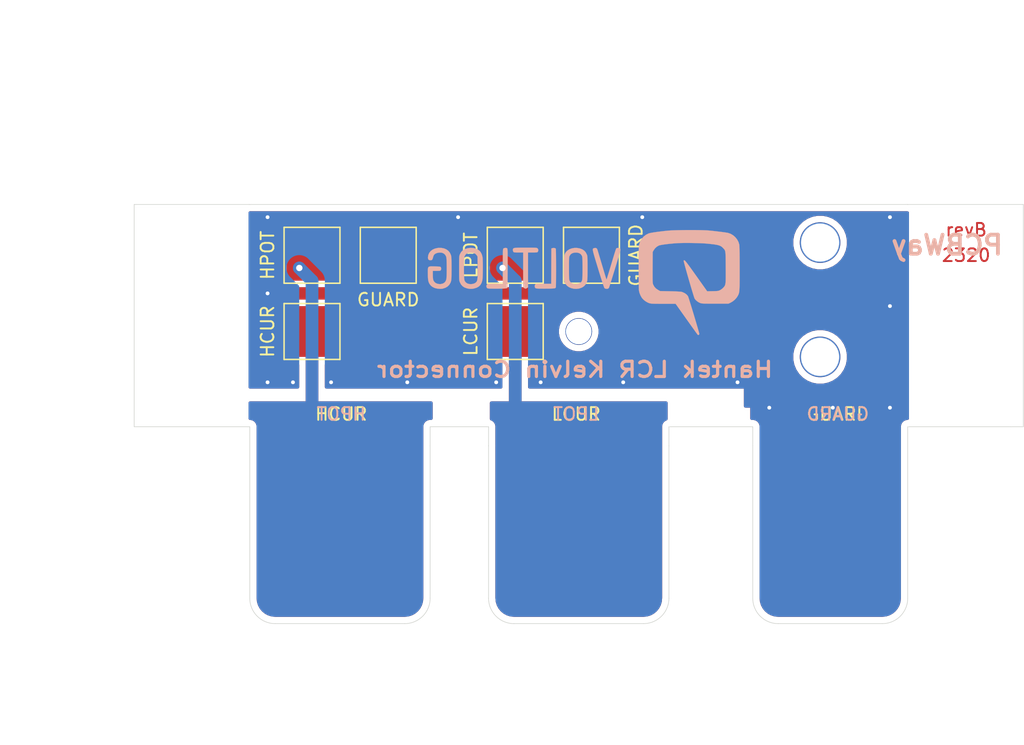
<source format=kicad_pcb>
(kicad_pcb (version 20171130) (host pcbnew "(5.1.5)-3")

  (general
    (thickness 1.6)
    (drawings 79)
    (tracks 28)
    (zones 0)
    (modules 12)
    (nets 6)
  )

  (page A4)
  (layers
    (0 F.Cu signal hide)
    (31 B.Cu signal hide)
    (32 B.Adhes user hide)
    (33 F.Adhes user hide)
    (34 B.Paste user hide)
    (35 F.Paste user hide)
    (36 B.SilkS user)
    (37 F.SilkS user)
    (38 B.Mask user)
    (39 F.Mask user hide)
    (40 Dwgs.User user)
    (41 Cmts.User user)
    (42 Eco1.User user)
    (43 Eco2.User user)
    (44 Edge.Cuts user)
    (45 Margin user)
    (46 B.CrtYd user)
    (47 F.CrtYd user)
    (48 B.Fab user)
    (49 F.Fab user)
  )

  (setup
    (last_trace_width 0.25)
    (user_trace_width 0.25)
    (user_trace_width 0.3)
    (user_trace_width 1)
    (trace_clearance 0.2)
    (zone_clearance 0.508)
    (zone_45_only no)
    (trace_min 0.2)
    (via_size 0.8)
    (via_drill 0.4)
    (via_min_size 0.4)
    (via_min_drill 0.3)
    (user_via 0.6 0.3)
    (user_via 0.8 0.4)
    (user_via 1 0.5)
    (uvia_size 0.3)
    (uvia_drill 0.1)
    (uvias_allowed no)
    (uvia_min_size 0.2)
    (uvia_min_drill 0.1)
    (edge_width 0.05)
    (segment_width 0.2)
    (pcb_text_width 0.3)
    (pcb_text_size 1.5 1.5)
    (mod_edge_width 0.12)
    (mod_text_size 1 1)
    (mod_text_width 0.15)
    (pad_size 2.1 2.1)
    (pad_drill 2)
    (pad_to_mask_clearance 0.051)
    (solder_mask_min_width 0.25)
    (aux_axis_origin 0 0)
    (visible_elements 7FFFFFFF)
    (pcbplotparams
      (layerselection 0x010fc_ffffffff)
      (usegerberextensions false)
      (usegerberattributes false)
      (usegerberadvancedattributes false)
      (creategerberjobfile false)
      (excludeedgelayer true)
      (linewidth 0.100000)
      (plotframeref false)
      (viasonmask true)
      (mode 1)
      (useauxorigin false)
      (hpglpennumber 1)
      (hpglpenspeed 20)
      (hpglpendiameter 15.000000)
      (psnegative false)
      (psa4output false)
      (plotreference true)
      (plotvalue true)
      (plotinvisibletext false)
      (padsonsilk false)
      (subtractmaskfromsilk false)
      (outputformat 1)
      (mirror false)
      (drillshape 0)
      (scaleselection 1)
      (outputdirectory "D:/Dropbox/proiecte/voltlog LCR Kelvin/gerbers/"))
  )

  (net 0 "")
  (net 1 HPOT)
  (net 2 HCUR)
  (net 3 LPOT)
  (net 4 LCUR)
  (net 5 GUARD)

  (net_class Default "This is the default net class."
    (clearance 0.2)
    (trace_width 0.25)
    (via_dia 0.8)
    (via_drill 0.4)
    (uvia_dia 0.3)
    (uvia_drill 0.1)
    (add_net GUARD)
    (add_net HCUR)
    (add_net HPOT)
    (add_net LCUR)
    (add_net LPOT)
  )

  (module voltlog_battery:voltlog_logo (layer B.Cu) (tedit 0) (tstamp 5EA9D944)
    (at 127.5 82 180)
    (fp_text reference G*** (at 0 0) (layer B.SilkS) hide
      (effects (font (size 1.524 1.524) (thickness 0.3)) (justify mirror))
    )
    (fp_text value LOGO (at 0.75 0) (layer B.SilkS) hide
      (effects (font (size 1.524 1.524) (thickness 0.3)) (justify mirror))
    )
    (fp_poly (pts (xy 6.368771 1.566238) (xy 6.426722 1.536227) (xy 6.43769 1.524908) (xy 6.446935 1.509696)
      (xy 6.454605 1.486459) (xy 6.460847 1.451068) (xy 6.465807 1.39939) (xy 6.469633 1.327295)
      (xy 6.472471 1.230653) (xy 6.474469 1.105332) (xy 6.475773 0.947202) (xy 6.476531 0.752132)
      (xy 6.476889 0.51599) (xy 6.476995 0.234647) (xy 6.477 0.123064) (xy 6.477 -1.2446)
      (xy 7.0739 -1.2446) (xy 7.263835 -1.244825) (xy 7.409552 -1.245844) (xy 7.517629 -1.248174)
      (xy 7.594646 -1.25233) (xy 7.647184 -1.258829) (xy 7.681823 -1.268186) (xy 7.705141 -1.280918)
      (xy 7.7216 -1.2954) (xy 7.762833 -1.368654) (xy 7.7724 -1.4351) (xy 7.754101 -1.525555)
      (xy 7.7216 -1.5748) (xy 7.704496 -1.589664) (xy 7.68245 -1.601305) (xy 7.649543 -1.610112)
      (xy 7.599856 -1.616474) (xy 7.527471 -1.620778) (xy 7.426471 -1.623413) (xy 7.290937 -1.624767)
      (xy 7.114949 -1.62523) (xy 6.95325 -1.625225) (xy 6.720818 -1.624402) (xy 6.535043 -1.622086)
      (xy 6.391799 -1.618107) (xy 6.28696 -1.612292) (xy 6.216401 -1.604469) (xy 6.175996 -1.594468)
      (xy 6.1722 -1.592728) (xy 6.1087 -1.560605) (xy 6.102154 -0.021575) (xy 6.100904 0.29994)
      (xy 6.100152 0.574389) (xy 6.099973 0.805504) (xy 6.100444 0.997018) (xy 6.101641 1.152662)
      (xy 6.103641 1.276169) (xy 6.106521 1.37127) (xy 6.110356 1.441699) (xy 6.115223 1.491188)
      (xy 6.121199 1.523467) (xy 6.12836 1.542271) (xy 6.13433 1.549592) (xy 6.197643 1.575576)
      (xy 6.283546 1.58077) (xy 6.368771 1.566238)) (layer B.SilkS) (width 0.01))
    (fp_poly (pts (xy 4.922966 1.599879) (xy 5.121546 1.598618) (xy 5.27954 1.595973) (xy 5.402054 1.591499)
      (xy 5.494194 1.584751) (xy 5.561065 1.575286) (xy 5.607773 1.562657) (xy 5.639424 1.546421)
      (xy 5.661124 1.526132) (xy 5.670161 1.513848) (xy 5.687825 1.45204) (xy 5.684135 1.370556)
      (xy 5.661231 1.294757) (xy 5.650059 1.275652) (xy 5.632025 1.253557) (xy 5.608376 1.238129)
      (xy 5.570525 1.228173) (xy 5.509884 1.222498) (xy 5.417868 1.21991) (xy 5.285888 1.219217)
      (xy 5.243659 1.2192) (xy 4.8768 1.2192) (xy 4.876411 -0.14605) (xy 4.875999 -0.405158)
      (xy 4.874958 -0.649205) (xy 4.873353 -0.873425) (xy 4.871249 -1.073052) (xy 4.868712 -1.24332)
      (xy 4.865806 -1.379464) (xy 4.862597 -1.476717) (xy 4.859149 -1.530314) (xy 4.857361 -1.539247)
      (xy 4.808013 -1.581914) (xy 4.735929 -1.61503) (xy 4.678695 -1.6256) (xy 4.625065 -1.610437)
      (xy 4.563899 -1.573874) (xy 4.562725 -1.572956) (xy 4.4958 -1.520312) (xy 4.4958 1.2192)
      (xy 4.12894 1.2192) (xy 3.985078 1.219594) (xy 3.883427 1.22157) (xy 3.815401 1.226322)
      (xy 3.772412 1.235041) (xy 3.745874 1.248922) (xy 3.7272 1.269156) (xy 3.72254 1.275652)
      (xy 3.685572 1.364946) (xy 3.689856 1.456113) (xy 3.733769 1.533069) (xy 3.749925 1.547557)
      (xy 3.769691 1.561737) (xy 3.792737 1.573113) (xy 3.824501 1.581994) (xy 3.870422 1.588689)
      (xy 3.935939 1.593505) (xy 4.026489 1.596751) (xy 4.147511 1.598735) (xy 4.304444 1.599765)
      (xy 4.502726 1.60015) (xy 4.678695 1.6002) (xy 4.922966 1.599879)) (layer B.SilkS) (width 0.01))
    (fp_poly (pts (xy 2.529495 1.574163) (xy 2.566347 1.565128) (xy 2.6543 1.5367) (xy 2.660866 0.14605)
      (xy 2.667433 -1.2446) (xy 3.27288 -1.2446) (xy 3.464425 -1.244833) (xy 3.611623 -1.245858)
      (xy 3.720926 -1.248165) (xy 3.798786 -1.252242) (xy 3.851656 -1.258579) (xy 3.885988 -1.267663)
      (xy 3.908234 -1.279984) (xy 3.922903 -1.293856) (xy 3.959953 -1.366198) (xy 3.967289 -1.453792)
      (xy 3.945763 -1.535511) (xy 3.911326 -1.580129) (xy 3.890988 -1.59354) (xy 3.863035 -1.60403)
      (xy 3.821528 -1.611941) (xy 3.760532 -1.617619) (xy 3.674107 -1.621408) (xy 3.556318 -1.623651)
      (xy 3.401226 -1.624694) (xy 3.202894 -1.62488) (xy 3.140436 -1.624827) (xy 2.891661 -1.623566)
      (xy 2.692591 -1.620348) (xy 2.542167 -1.615132) (xy 2.43933 -1.607876) (xy 2.383022 -1.598541)
      (xy 2.3749 -1.595248) (xy 2.32612 -1.560567) (xy 2.305438 -1.53887) (xy 2.301564 -1.508309)
      (xy 2.298158 -1.432397) (xy 2.295216 -1.316585) (xy 2.292736 -1.16632) (xy 2.290714 -0.98705)
      (xy 2.289147 -0.784225) (xy 2.288032 -0.563292) (xy 2.287365 -0.329699) (xy 2.287144 -0.088896)
      (xy 2.287366 0.15367) (xy 2.288026 0.392551) (xy 2.289123 0.622297) (xy 2.290652 0.837461)
      (xy 2.292611 1.032594) (xy 2.294996 1.202248) (xy 2.297805 1.340974) (xy 2.301033 1.443324)
      (xy 2.304679 1.503851) (xy 2.307224 1.518115) (xy 2.358488 1.557343) (xy 2.43893 1.577178)
      (xy 2.529495 1.574163)) (layer B.SilkS) (width 0.01))
    (fp_poly (pts (xy 11.621719 1.573337) (xy 11.83488 1.523404) (xy 12.017519 1.43891) (xy 12.166191 1.323264)
      (xy 12.277453 1.179879) (xy 12.347862 1.012164) (xy 12.373892 0.828298) (xy 12.362831 0.719644)
      (xy 12.321808 0.650204) (xy 12.246871 0.615557) (xy 12.178473 0.6096) (xy 12.104855 0.615326)
      (xy 12.054626 0.638893) (xy 12.018677 0.689891) (xy 11.987902 0.777908) (xy 11.975646 0.823146)
      (xy 11.947379 0.914763) (xy 11.915075 0.99541) (xy 11.896169 1.030829) (xy 11.819455 1.106371)
      (xy 11.706919 1.164521) (xy 11.571545 1.201979) (xy 11.426316 1.215447) (xy 11.284216 1.201628)
      (xy 11.25312 1.194184) (xy 11.120307 1.133203) (xy 11.014173 1.033739) (xy 10.943001 0.904661)
      (xy 10.92543 0.8433) (xy 10.916694 0.774937) (xy 10.90952 0.664362) (xy 10.903913 0.520084)
      (xy 10.899879 0.350609) (xy 10.897423 0.164443) (xy 10.896553 -0.029905) (xy 10.897272 -0.223929)
      (xy 10.899588 -0.409121) (xy 10.903506 -0.576976) (xy 10.909031 -0.718985) (xy 10.916169 -0.826641)
      (xy 10.924263 -0.888491) (xy 10.978527 -1.03458) (xy 11.069916 -1.147194) (xy 11.195649 -1.224292)
      (xy 11.352945 -1.263834) (xy 11.4427 -1.268884) (xy 11.611403 -1.248489) (xy 11.754936 -1.189773)
      (xy 11.867784 -1.096441) (xy 11.944431 -0.972195) (xy 11.962282 -0.919961) (xy 11.972869 -0.856411)
      (xy 11.981437 -0.756637) (xy 11.987009 -0.635206) (xy 11.988658 -0.52705) (xy 11.9888 -0.2286)
      (xy 11.700636 -0.2286) (xy 11.571877 -0.227523) (xy 11.484026 -0.223367) (xy 11.427219 -0.214745)
      (xy 11.391593 -0.20027) (xy 11.370436 -0.182149) (xy 11.335953 -0.110968) (xy 11.331914 -0.023134)
      (xy 11.358916 0.056898) (xy 11.364401 0.064996) (xy 11.381687 0.083239) (xy 11.408045 0.096645)
      (xy 11.451185 0.106163) (xy 11.518817 0.112742) (xy 11.618648 0.117331) (xy 11.758389 0.12088)
      (xy 11.829495 0.122264) (xy 12.008747 0.126091) (xy 12.14456 0.126005) (xy 12.242907 0.115959)
      (xy 12.309761 0.089903) (xy 12.351096 0.041788) (xy 12.372885 -0.034435) (xy 12.381102 -0.144814)
      (xy 12.381719 -0.2954) (xy 12.380796 -0.43602) (xy 12.377923 -0.646354) (xy 12.36999 -0.814564)
      (xy 12.355458 -0.949205) (xy 12.332785 -1.058831) (xy 12.300432 -1.151996) (xy 12.256858 -1.237256)
      (xy 12.228332 -1.2827) (xy 12.136543 -1.396856) (xy 12.024574 -1.485365) (xy 11.877892 -1.559438)
      (xy 11.86005 -1.566768) (xy 11.721954 -1.607621) (xy 11.558407 -1.63347) (xy 11.391348 -1.642309)
      (xy 11.242716 -1.632132) (xy 11.210133 -1.626196) (xy 11.002831 -1.560294) (xy 10.830268 -1.459344)
      (xy 10.694423 -1.325028) (xy 10.597272 -1.15903) (xy 10.568425 -1.080078) (xy 10.554242 -1.031272)
      (xy 10.542841 -0.982342) (xy 10.533922 -0.927269) (xy 10.527182 -0.860032) (xy 10.52232 -0.774612)
      (xy 10.519035 -0.66499) (xy 10.517025 -0.525145) (xy 10.515989 -0.349057) (xy 10.515625 -0.130708)
      (xy 10.5156 -0.0254) (xy 10.51577 0.212355) (xy 10.516484 0.405333) (xy 10.518043 0.559558)
      (xy 10.520751 0.681053) (xy 10.52491 0.77584) (xy 10.530822 0.849943) (xy 10.53879 0.909384)
      (xy 10.549117 0.960187) (xy 10.562105 1.008375) (xy 10.568616 1.029898) (xy 10.647007 1.202388)
      (xy 10.764077 1.346017) (xy 10.915125 1.45836) (xy 11.09545 1.536989) (xy 11.300351 1.57948)
      (xy 11.525127 1.583407) (xy 11.621719 1.573337)) (layer B.SilkS) (width 0.01))
    (fp_poly (pts (xy 9.223089 1.560362) (xy 9.421188 1.503111) (xy 9.492345 1.47178) (xy 9.643355 1.377828)
      (xy 9.758957 1.257088) (xy 9.848155 1.099696) (xy 9.862065 1.0668) (xy 9.876655 1.029273)
      (xy 9.888498 0.992234) (xy 9.89788 0.950165) (xy 9.905087 0.897545) (xy 9.910407 0.828854)
      (xy 9.914123 0.738572) (xy 9.916524 0.621178) (xy 9.917896 0.471152) (xy 9.918524 0.282975)
      (xy 9.918695 0.051125) (xy 9.9187 -0.0254) (xy 9.91863 -0.270607) (xy 9.91822 -0.470564)
      (xy 9.917169 -0.630818) (xy 9.915175 -0.756919) (xy 9.911937 -0.854416) (xy 9.907154 -0.928857)
      (xy 9.900524 -0.985791) (xy 9.891747 -1.030767) (xy 9.880521 -1.069334) (xy 9.866545 -1.107041)
      (xy 9.858946 -1.126031) (xy 9.767872 -1.299038) (xy 9.64763 -1.433847) (xy 9.493714 -1.534175)
      (xy 9.301617 -1.603741) (xy 9.270656 -1.611418) (xy 9.074649 -1.643564) (xy 8.890445 -1.640985)
      (xy 8.7376 -1.614693) (xy 8.532829 -1.54996) (xy 8.369173 -1.457414) (xy 8.243202 -1.333668)
      (xy 8.151486 -1.175333) (xy 8.090597 -0.97902) (xy 8.089617 -0.974434) (xy 8.078883 -0.895941)
      (xy 8.069816 -0.775182) (xy 8.062462 -0.620665) (xy 8.056868 -0.440899) (xy 8.056656 -0.429878)
      (xy 8.461202 -0.429878) (xy 8.462926 -0.599334) (xy 8.467135 -0.734072) (xy 8.474304 -0.839451)
      (xy 8.484908 -0.920826) (xy 8.499422 -0.983557) (xy 8.518319 -1.032999) (xy 8.542075 -1.07451)
      (xy 8.564239 -1.104775) (xy 8.65489 -1.182647) (xy 8.778395 -1.237475) (xy 8.92125 -1.266988)
      (xy 9.069951 -1.268915) (xy 9.210993 -1.240985) (xy 9.260296 -1.221833) (xy 9.338892 -1.175961)
      (xy 9.405351 -1.120497) (xy 9.4176 -1.106503) (xy 9.449071 -1.063827) (xy 9.474526 -1.020194)
      (xy 9.494599 -0.969897) (xy 9.509925 -0.907228) (xy 9.521137 -0.826481) (xy 9.528869 -0.721946)
      (xy 9.533756 -0.587917) (xy 9.536431 -0.418686) (xy 9.53753 -0.208545) (xy 9.5377 -0.0254)
      (xy 9.537455 0.205294) (xy 9.536529 0.391105) (xy 9.534632 0.537951) (xy 9.531475 0.651749)
      (xy 9.526766 0.738415) (xy 9.520218 0.803866) (xy 9.511541 0.854019) (xy 9.500444 0.894789)
      (xy 9.491425 0.920028) (xy 9.416388 1.05117) (xy 9.307925 1.144758) (xy 9.167827 1.199846)
      (xy 8.997886 1.215489) (xy 8.93762 1.212021) (xy 8.771798 1.180279) (xy 8.642977 1.116895)
      (xy 8.546699 1.019586) (xy 8.538483 1.00759) (xy 8.4709 0.905519) (xy 8.463314 0.034614)
      (xy 8.46149 -0.220348) (xy 8.461202 -0.429878) (xy 8.056656 -0.429878) (xy 8.053082 -0.244393)
      (xy 8.051151 -0.039654) (xy 8.05112 0.164809) (xy 8.053038 0.360488) (xy 8.056952 0.538874)
      (xy 8.062907 0.691459) (xy 8.070952 0.809735) (xy 8.079406 0.876606) (xy 8.136839 1.080542)
      (xy 8.226479 1.250091) (xy 8.30178 1.340488) (xy 8.443548 1.448278) (xy 8.616543 1.525261)
      (xy 8.810786 1.570337) (xy 9.016295 1.582404) (xy 9.223089 1.560362)) (layer B.SilkS) (width 0.01))
    (fp_poly (pts (xy 0.844925 1.578731) (xy 1.045743 1.544479) (xy 1.229028 1.477138) (xy 1.384921 1.377824)
      (xy 1.430502 1.336405) (xy 1.490215 1.27217) (xy 1.539501 1.206329) (xy 1.579339 1.133416)
      (xy 1.610709 1.047966) (xy 1.634592 0.944514) (xy 1.651965 0.817596) (xy 1.663809 0.661745)
      (xy 1.671103 0.471498) (xy 1.674826 0.241389) (xy 1.675958 -0.033085) (xy 1.675237 -0.295283)
      (xy 1.672275 -0.512589) (xy 1.666356 -0.690887) (xy 1.656767 -0.836061) (xy 1.642793 -0.953998)
      (xy 1.623721 -1.05058) (xy 1.598836 -1.131693) (xy 1.567423 -1.203221) (xy 1.528768 -1.27105)
      (xy 1.524954 -1.277104) (xy 1.413956 -1.406805) (xy 1.266405 -1.510996) (xy 1.091106 -1.587037)
      (xy 0.896866 -1.632289) (xy 0.692492 -1.64411) (xy 0.486791 -1.619862) (xy 0.428484 -1.605797)
      (xy 0.232563 -1.532032) (xy 0.075058 -1.426072) (xy -0.046933 -1.285273) (xy -0.136315 -1.106993)
      (xy -0.144618 -1.084016) (xy -0.156675 -1.045194) (xy -0.166441 -1.001189) (xy -0.174151 -0.946486)
      (xy -0.180043 -0.87557) (xy -0.184352 -0.782928) (xy -0.187315 -0.663045) (xy -0.189168 -0.510405)
      (xy -0.190147 -0.319495) (xy -0.190487 -0.0848) (xy -0.190498 -0.019865) (xy 0.203757 -0.019865)
      (xy 0.203892 -0.268814) (xy 0.205046 -0.472422) (xy 0.207814 -0.636149) (xy 0.212795 -0.765454)
      (xy 0.220586 -0.865794) (xy 0.231783 -0.942628) (xy 0.246984 -1.001416) (xy 0.266786 -1.047614)
      (xy 0.291785 -1.086683) (xy 0.322579 -1.124079) (xy 0.324818 -1.126607) (xy 0.413541 -1.193443)
      (xy 0.535289 -1.240876) (xy 0.675236 -1.266561) (xy 0.818557 -1.268153) (xy 0.950424 -1.243304)
      (xy 0.984136 -1.230931) (xy 1.093701 -1.172416) (xy 1.169933 -1.096094) (xy 1.222229 -1.0033)
      (xy 1.234836 -0.972115) (xy 1.244972 -0.93552) (xy 1.252907 -0.887927) (xy 1.25891 -0.823747)
      (xy 1.263252 -0.73739) (xy 1.266204 -0.623269) (xy 1.268036 -0.475793) (xy 1.269017 -0.289375)
      (xy 1.269419 -0.058425) (xy 1.269442 -0.027069) (xy 1.269472 0.207566) (xy 1.269028 0.397066)
      (xy 1.267803 0.547097) (xy 1.265491 0.663324) (xy 1.261785 0.751413) (xy 1.25638 0.817029)
      (xy 1.248968 0.865838) (xy 1.239243 0.903504) (xy 1.2269 0.935693) (xy 1.216122 0.958857)
      (xy 1.136125 1.075465) (xy 1.025032 1.155361) (xy 0.879053 1.200893) (xy 0.810707 1.209949)
      (xy 0.623923 1.209741) (xy 0.470701 1.171493) (xy 0.35082 1.095103) (xy 0.264062 0.980472)
      (xy 0.251366 0.954497) (xy 0.238631 0.922813) (xy 0.228398 0.88601) (xy 0.220394 0.838468)
      (xy 0.214343 0.774565) (xy 0.209971 0.688681) (xy 0.207004 0.575197) (xy 0.205166 0.42849)
      (xy 0.204183 0.242942) (xy 0.203781 0.012931) (xy 0.203757 -0.019865) (xy -0.190498 -0.019865)
      (xy -0.1905 -0.0127) (xy -0.190406 0.231141) (xy -0.189928 0.42975) (xy -0.188774 0.588695)
      (xy -0.186651 0.713545) (xy -0.183269 0.809867) (xy -0.178335 0.883231) (xy -0.171556 0.939204)
      (xy -0.16264 0.983354) (xy -0.151296 1.021249) (xy -0.137231 1.058458) (xy -0.133866 1.0668)
      (xy -0.048455 1.231817) (xy 0.061743 1.358411) (xy 0.205733 1.456445) (xy 0.235854 1.47178)
      (xy 0.430121 1.543498) (xy 0.636431 1.578776) (xy 0.844925 1.578731)) (layer B.SilkS) (width 0.01))
    (fp_poly (pts (xy -2.509385 1.569176) (xy -2.494705 1.56528) (xy -2.48236 1.562514) (xy -2.471099 1.55725)
      (xy -2.459671 1.545859) (xy -2.446823 1.524716) (xy -2.431304 1.49019) (xy -2.411861 1.438656)
      (xy -2.387243 1.366484) (xy -2.356198 1.270047) (xy -2.317474 1.145718) (xy -2.269819 0.989868)
      (xy -2.21198 0.798869) (xy -2.142707 0.569094) (xy -2.060748 0.296915) (xy -1.994657 0.077557)
      (xy -1.930246 -0.135553) (xy -1.870205 -0.333117) (xy -1.816144 -0.509923) (xy -1.769671 -0.660757)
      (xy -1.732395 -0.780408) (xy -1.705924 -0.863662) (xy -1.691868 -0.905307) (xy -1.690173 -0.909094)
      (xy -1.68632 -0.908034) (xy -1.679898 -0.896592) (xy -1.669796 -0.871194) (xy -1.654904 -0.828267)
      (xy -1.634111 -0.764235) (xy -1.606306 -0.675525) (xy -1.570377 -0.558562) (xy -1.525215 -0.409771)
      (xy -1.469708 -0.225579) (xy -1.402746 -0.002411) (xy -1.323217 0.263307) (xy -1.257665 0.4826)
      (xy -1.195413 0.690795) (xy -1.136858 0.886378) (xy -1.083807 1.06334) (xy -1.038062 1.215672)
      (xy -1.001429 1.337364) (xy -0.975713 1.422406) (xy -0.962717 1.464789) (xy -0.962708 1.464819)
      (xy -0.916078 1.54038) (xy -0.839885 1.577395) (xy -0.740339 1.573388) (xy -0.710974 1.565185)
      (xy -0.678027 1.554363) (xy -0.650565 1.542563) (xy -0.629287 1.526184) (xy -0.61489 1.50163)
      (xy -0.608075 1.465302) (xy -0.60954 1.413602) (xy -0.619983 1.34293) (xy -0.640103 1.24969)
      (xy -0.670598 1.130282) (xy -0.712168 0.981109) (xy -0.765511 0.798572) (xy -0.831326 0.579072)
      (xy -0.910311 0.319012) (xy -1.003166 0.014793) (xy -1.027459 -0.064755) (xy -1.112841 -0.342748)
      (xy -1.193594 -0.602525) (xy -1.268447 -0.840179) (xy -1.336128 -1.051804) (xy -1.395367 -1.233492)
      (xy -1.444893 -1.381336) (xy -1.483435 -1.49143) (xy -1.509721 -1.559866) (xy -1.521039 -1.581962)
      (xy -1.586799 -1.620732) (xy -1.675937 -1.640443) (xy -1.763226 -1.636802) (xy -1.791582 -1.628014)
      (xy -1.84687 -1.594221) (xy -1.870987 -1.571291) (xy -1.88321 -1.541376) (xy -1.90882 -1.467166)
      (xy -1.94645 -1.352973) (xy -1.994728 -1.20311) (xy -2.052285 -1.021891) (xy -2.117751 -0.813628)
      (xy -2.189756 -0.582635) (xy -2.266931 -0.333225) (xy -2.347907 -0.069711) (xy -2.349444 -0.06469)
      (xy -2.446069 0.25168) (xy -2.528315 0.522916) (xy -2.597102 0.752324) (xy -2.653352 0.943209)
      (xy -2.697986 1.098878) (xy -2.731925 1.222638) (xy -2.75609 1.317794) (xy -2.771401 1.387653)
      (xy -2.778779 1.435522) (xy -2.779146 1.464706) (xy -2.777494 1.47201) (xy -2.732496 1.531057)
      (xy -2.656562 1.56929) (xy -2.567483 1.58026) (xy -2.509385 1.569176)) (layer B.SilkS) (width 0.01))
    (fp_poly (pts (xy -8.014733 2.985117) (xy -7.720207 2.982377) (xy -7.435912 2.977835) (xy -7.169404 2.971523)
      (xy -6.92824 2.963473) (xy -6.719975 2.953716) (xy -6.552165 2.942284) (xy -6.5024 2.937693)
      (xy -6.198195 2.905427) (xy -5.917414 2.872725) (xy -5.664408 2.840219) (xy -5.443529 2.808544)
      (xy -5.259129 2.778334) (xy -5.115559 2.750223) (xy -5.017173 2.724845) (xy -4.999375 2.718715)
      (xy -4.788971 2.613663) (xy -4.604695 2.468609) (xy -4.451516 2.289735) (xy -4.334402 2.08322)
      (xy -4.258319 1.855247) (xy -4.243325 1.778) (xy -4.237865 1.717626) (xy -4.233025 1.61193)
      (xy -4.228803 1.466387) (xy -4.225201 1.28647) (xy -4.222219 1.077655) (xy -4.219858 0.845416)
      (xy -4.218117 0.595228) (xy -4.216997 0.332564) (xy -4.216498 0.0629) (xy -4.216621 -0.208291)
      (xy -4.217366 -0.475534) (xy -4.218733 -0.733354) (xy -4.220723 -0.976278) (xy -4.223336 -1.19883)
      (xy -4.226572 -1.395536) (xy -4.230432 -1.560922) (xy -4.234915 -1.689513) (xy -4.240023 -1.775835)
      (xy -4.243113 -1.8034) (xy -4.287029 -1.978153) (xy -4.359881 -2.159781) (xy -4.451604 -2.325222)
      (xy -4.50084 -2.393962) (xy -4.622502 -2.519281) (xy -4.775012 -2.634476) (xy -4.938841 -2.726161)
      (xy -5.047002 -2.768328) (xy -5.092877 -2.781565) (xy -5.139937 -2.792306) (xy -5.193855 -2.80081)
      (xy -5.260305 -2.807335) (xy -5.34496 -2.812139) (xy -5.453495 -2.815481) (xy -5.591582 -2.817619)
      (xy -5.764897 -2.818811) (xy -5.979113 -2.819316) (xy -6.168558 -2.8194) (xy -7.124765 -2.8194)
      (xy -7.975463 -4.017565) (xy -8.131703 -4.237389) (xy -8.279816 -4.445329) (xy -8.417082 -4.637595)
      (xy -8.54078 -4.8104) (xy -8.648191 -4.959955) (xy -8.736595 -5.082472) (xy -8.803272 -5.174162)
      (xy -8.845502 -5.231236) (xy -8.859895 -5.249465) (xy -8.904908 -5.280532) (xy -8.945362 -5.267055)
      (xy -8.961121 -5.25272) (xy -8.988248 -5.206818) (xy -8.9916 -5.187819) (xy -8.984366 -5.151461)
      (xy -8.96372 -5.071851) (xy -8.931248 -4.954271) (xy -8.888537 -4.804003) (xy -8.837174 -4.62633)
      (xy -8.778744 -4.426536) (xy -8.714834 -4.209902) (xy -8.64703 -3.981712) (xy -8.576918 -3.747248)
      (xy -8.506086 -3.511793) (xy -8.436119 -3.28063) (xy -8.368603 -3.05904) (xy -8.305124 -2.852308)
      (xy -8.24727 -2.665716) (xy -8.196627 -2.504546) (xy -8.15478 -2.374082) (xy -8.123316 -2.279605)
      (xy -8.103821 -2.226399) (xy -8.099806 -2.217977) (xy -7.995865 -2.093673) (xy -7.852862 -1.987218)
      (xy -7.681379 -1.905696) (xy -7.590507 -1.877089) (xy -7.534476 -1.868601) (xy -7.433822 -1.860111)
      (xy -7.294723 -1.851927) (xy -7.123354 -1.844362) (xy -6.925893 -1.837724) (xy -6.708516 -1.832324)
      (xy -6.6929 -1.832004) (xy -5.9055 -1.8161) (xy -5.742937 -1.727978) (xy -5.578873 -1.613581)
      (xy -5.448371 -1.469423) (xy -5.358764 -1.303938) (xy -5.347964 -1.273804) (xy -5.33828 -1.23966)
      (xy -5.3303 -1.197805) (xy -5.323905 -1.143593) (xy -5.318975 -1.072376) (xy -5.315392 -0.979505)
      (xy -5.313036 -0.860333) (xy -5.31179 -0.710212) (xy -5.311534 -0.524495) (xy -5.312149 -0.298534)
      (xy -5.313517 -0.02768) (xy -5.314 0.053866) (xy -5.3213 1.2573) (xy -5.396644 1.393328)
      (xy -5.50624 1.547243) (xy -5.645632 1.67491) (xy -5.801967 1.764914) (xy -5.825564 1.774267)
      (xy -5.90368 1.795797) (xy -6.024598 1.819399) (xy -6.180411 1.8441) (xy -6.363213 1.868927)
      (xy -6.565097 1.892906) (xy -6.778157 1.915063) (xy -6.994486 1.934427) (xy -7.206178 1.950022)
      (xy -7.298594 1.955595) (xy -7.491901 1.963451) (xy -7.722558 1.968093) (xy -7.980218 1.969692)
      (xy -8.254533 1.968419) (xy -8.535158 1.964446) (xy -8.811744 1.957944) (xy -9.073946 1.949084)
      (xy -9.311415 1.938037) (xy -9.513806 1.924974) (xy -9.6012 1.917494) (xy -9.865649 1.891054)
      (xy -10.085107 1.865813) (xy -10.265307 1.840182) (xy -10.411982 1.812569) (xy -10.530864 1.781385)
      (xy -10.627687 1.745039) (xy -10.708184 1.701941) (xy -10.778086 1.650502) (xy -10.843127 1.58913)
      (xy -10.863716 1.567278) (xy -10.907698 1.520266) (xy -10.944643 1.479624) (xy -10.97519 1.440662)
      (xy -10.999973 1.398688) (xy -11.019629 1.349011) (xy -11.034794 1.286941) (xy -11.046105 1.207787)
      (xy -11.054197 1.106857) (xy -11.059707 0.979461) (xy -11.063271 0.820909) (xy -11.065525 0.626508)
      (xy -11.067106 0.391568) (xy -11.068649 0.111398) (xy -11.068984 0.053814) (xy -11.0707 -0.245938)
      (xy -11.071644 -0.499482) (xy -11.071277 -0.71141) (xy -11.06906 -0.886312) (xy -11.064453 -1.028781)
      (xy -11.056916 -1.143407) (xy -11.045911 -1.234783) (xy -11.030898 -1.307499) (xy -11.011338 -1.366147)
      (xy -10.986692 -1.415319) (xy -10.95642 -1.459605) (xy -10.919983 -1.503598) (xy -10.880907 -1.547364)
      (xy -10.781573 -1.639949) (xy -10.66692 -1.720592) (xy -10.622347 -1.74497) (xy -10.566877 -1.771071)
      (xy -10.516573 -1.790078) (xy -10.461765 -1.803321) (xy -10.392787 -1.81213) (xy -10.299969 -1.817833)
      (xy -10.173645 -1.82176) (xy -10.044104 -1.824475) (xy -9.610708 -1.832851) (xy -8.748172 -0.617975)
      (xy -8.558449 -0.351115) (xy -8.395677 -0.123256) (xy -8.257671 0.068216) (xy -8.142247 0.225915)
      (xy -8.04722 0.352454) (xy -7.970403 0.450446) (xy -7.909614 0.522504) (xy -7.862665 0.571243)
      (xy -7.827373 0.599274) (xy -7.801553 0.609213) (xy -7.783018 0.603671) (xy -7.769585 0.585263)
      (xy -7.760959 0.562766) (xy -7.765364 0.530938) (xy -7.782886 0.455681) (xy -7.812017 0.342214)
      (xy -7.851246 0.195756) (xy -7.899063 0.021526) (xy -7.953958 -0.175257) (xy -8.014422 -0.389373)
      (xy -8.078944 -0.615604) (xy -8.146015 -0.84873) (xy -8.214124 -1.083532) (xy -8.281762 -1.314791)
      (xy -8.347418 -1.537288) (xy -8.409584 -1.745804) (xy -8.466748 -1.935119) (xy -8.517401 -2.100014)
      (xy -8.560033 -2.235271) (xy -8.593134 -2.335671) (xy -8.615195 -2.395993) (xy -8.620045 -2.406705)
      (xy -8.687961 -2.500958) (xy -8.789598 -2.597334) (xy -8.909979 -2.683486) (xy -9.031763 -2.74612)
      (xy -9.069488 -2.760994) (xy -9.105278 -2.773209) (xy -9.144338 -2.783027) (xy -9.191872 -2.79071)
      (xy -9.253085 -2.79652) (xy -9.333181 -2.800719) (xy -9.437365 -2.803567) (xy -9.57084 -2.805328)
      (xy -9.738813 -2.806262) (xy -9.946486 -2.806632) (xy -10.199066 -2.806699) (xy -10.2362 -2.8067)
      (xy -11.2903 -2.8067) (xy -11.462161 -2.725556) (xy -11.62911 -2.626439) (xy -11.787808 -2.495169)
      (xy -11.923538 -2.345505) (xy -12.010402 -2.213082) (xy -12.039738 -2.157722) (xy -12.065151 -2.106822)
      (xy -12.086922 -2.056457) (xy -12.105331 -2.0027) (xy -12.120662 -1.941626) (xy -12.133195 -1.869308)
      (xy -12.143213 -1.78182) (xy -12.150997 -1.675237) (xy -12.156829 -1.545633) (xy -12.160991 -1.389081)
      (xy -12.163763 -1.201656) (xy -12.165429 -0.979432) (xy -12.166269 -0.718482) (xy -12.166566 -0.414881)
      (xy -12.166601 -0.064703) (xy -12.166601 -0.03623) (xy -12.166216 0.311349) (xy -12.165087 0.63093)
      (xy -12.163256 0.919573) (xy -12.160762 1.174339) (xy -12.157645 1.392288) (xy -12.153946 1.57048)
      (xy -12.149705 1.705975) (xy -12.144961 1.795835) (xy -12.141066 1.831684) (xy -12.076007 2.047278)
      (xy -11.967703 2.248319) (xy -11.823004 2.427716) (xy -11.648759 2.578376) (xy -11.451819 2.69321)
      (xy -11.2395 2.765022) (xy -11.162561 2.779112) (xy -11.043644 2.797244) (xy -10.891314 2.818364)
      (xy -10.714136 2.841416) (xy -10.520677 2.865344) (xy -10.3195 2.889095) (xy -10.119173 2.911612)
      (xy -9.928259 2.93184) (xy -9.755325 2.948724) (xy -9.7282 2.951198) (xy -9.573621 2.961955)
      (xy -9.37638 2.970688) (xy -9.144036 2.97743) (xy -8.884143 2.982213) (xy -8.604257 2.985067)
      (xy -8.311936 2.986025) (xy -8.014733 2.985117)) (layer B.SilkS) (width 0.01))
  )

  (module MountingHole:MountingHole_5.3mm_M5 (layer F.Cu) (tedit 56D1B4CB) (tstamp 5EA9D4C4)
    (at 158 90.5)
    (descr "Mounting Hole 5.3mm, no annular, M5")
    (tags "mounting hole 5.3mm no annular m5")
    (attr virtual)
    (fp_text reference M3 (at 0 -4) (layer F.SilkS) hide
      (effects (font (size 1 1) (thickness 0.15)))
    )
    (fp_text value 5mm (at 0.5 2) (layer F.Fab)
      (effects (font (size 1 1) (thickness 0.15)))
    )
    (fp_text user %R (at 0.3 0) (layer F.Fab)
      (effects (font (size 1 1) (thickness 0.15)))
    )
    (fp_circle (center 0 0) (end 5.3 0) (layer Cmts.User) (width 0.15))
    (fp_circle (center 0 0) (end 5.55 0) (layer F.CrtYd) (width 0.05))
    (pad 1 np_thru_hole circle (at 0 0) (size 5.3 5.3) (drill 5.3) (layers *.Cu *.Mask))
  )

  (module MountingHole:MountingHole_5.3mm_M5 (layer F.Cu) (tedit 56D1B4CB) (tstamp 5EA9CD81)
    (at 96 81)
    (descr "Mounting Hole 5.3mm, no annular, M5")
    (tags "mounting hole 5.3mm no annular m5")
    (attr virtual)
    (fp_text reference M1 (at 0 4.5) (layer F.SilkS) hide
      (effects (font (size 1 1) (thickness 0.15)))
    )
    (fp_text value 5mm (at 0 2.5) (layer F.Fab) hide
      (effects (font (size 1 1) (thickness 0.15)))
    )
    (fp_circle (center 0 0) (end 5.55 0) (layer F.CrtYd) (width 0.05))
    (fp_circle (center 0 0) (end 5.3 0) (layer Cmts.User) (width 0.15))
    (fp_text user %R (at 0.3 0 90) (layer F.Fab)
      (effects (font (size 1 1) (thickness 0.15)))
    )
    (pad 1 np_thru_hole circle (at 0 0) (size 5.3 5.3) (drill 5.3) (layers *.Cu *.Mask))
  )

  (module MountingHole:MountingHole_2.1mm (layer F.Cu) (tedit 5EA972CF) (tstamp 5EA9C7B1)
    (at 127 87)
    (descr "Mounting Hole 2.1mm, no annular")
    (tags "mounting hole 2.1mm no annular")
    (attr virtual)
    (fp_text reference M2 (at 3 0) (layer F.SilkS) hide
      (effects (font (size 1 1) (thickness 0.15)))
    )
    (fp_text value M2 (at 0 0) (layer F.Fab) hide
      (effects (font (size 1 1) (thickness 0.15)))
    )
    (fp_circle (center 0 0) (end 2.1 0) (layer Cmts.User) (width 0.15))
    (fp_circle (center 0 0) (end 2.35 0) (layer F.CrtYd) (width 0.05))
    (pad "" np_thru_hole circle (at 0 0) (size 2.1 2.1) (drill 2) (layers *.Cu *.Mask))
  )

  (module MountingHole:MountingHole_3.2mm_M3 (layer F.Cu) (tedit 5EA970EA) (tstamp 5EA9D3D8)
    (at 146 89)
    (descr "Mounting Hole 3.2mm, no annular, M3")
    (tags "mounting hole 3.2mm no annular m3")
    (attr virtual)
    (fp_text reference M5 (at -3.5 -1.5) (layer F.SilkS) hide
      (effects (font (size 1 1) (thickness 0.15)))
    )
    (fp_text value 3mm (at 0 0) (layer F.Fab) hide
      (effects (font (size 1 1) (thickness 0.15)))
    )
    (fp_circle (center 0 0) (end 3.2 0) (layer Cmts.User) (width 0.15))
    (fp_circle (center 0 0) (end 3.45 0) (layer F.CrtYd) (width 0.05))
    (pad "" np_thru_hole circle (at 0 0) (size 3.2 3.2) (drill 3) (layers *.Cu *.Mask))
  )

  (module MountingHole:MountingHole_3.2mm_M3 (layer F.Cu) (tedit 5EA970EA) (tstamp 5EA9C623)
    (at 146 80)
    (descr "Mounting Hole 3.2mm, no annular, M3")
    (tags "mounting hole 3.2mm no annular m3")
    (attr virtual)
    (fp_text reference M4 (at -3.5 -1) (layer F.SilkS) hide
      (effects (font (size 1 1) (thickness 0.15)))
    )
    (fp_text value 3mm (at 0 0) (layer F.Fab)
      (effects (font (size 1 1) (thickness 0.15)))
    )
    (fp_circle (center 0 0) (end 3.45 0) (layer F.CrtYd) (width 0.05))
    (fp_circle (center 0 0) (end 3.2 0) (layer Cmts.User) (width 0.15))
    (pad "" np_thru_hole circle (at 0 0) (size 3.2 3.2) (drill 3) (layers *.Cu *.Mask))
  )

  (module TestPoint:TestPoint_Pad_4.0x4.0mm (layer F.Cu) (tedit 5A0F774F) (tstamp 5EA9D6EA)
    (at 128 81)
    (descr "SMD rectangular pad as test Point, square 4.0mm side length")
    (tags "test point SMD pad rectangle square")
    (path /5EA9F33A)
    (attr virtual)
    (fp_text reference TP6 (at 0 -1) (layer F.Fab)
      (effects (font (size 1 1) (thickness 0.15)))
    )
    (fp_text value GUARD (at 3.5 0 90) (layer F.SilkS)
      (effects (font (size 1 1) (thickness 0.15)))
    )
    (fp_line (start 2.5 2.5) (end -2.5 2.5) (layer F.CrtYd) (width 0.05))
    (fp_line (start 2.5 2.5) (end 2.5 -2.5) (layer F.CrtYd) (width 0.05))
    (fp_line (start -2.5 -2.5) (end -2.5 2.5) (layer F.CrtYd) (width 0.05))
    (fp_line (start -2.5 -2.5) (end 2.5 -2.5) (layer F.CrtYd) (width 0.05))
    (fp_line (start -2.2 2.2) (end -2.2 -2.2) (layer F.SilkS) (width 0.12))
    (fp_line (start 2.2 2.2) (end -2.2 2.2) (layer F.SilkS) (width 0.12))
    (fp_line (start 2.2 -2.2) (end 2.2 2.2) (layer F.SilkS) (width 0.12))
    (fp_line (start -2.2 -2.2) (end 2.2 -2.2) (layer F.SilkS) (width 0.12))
    (pad 1 smd rect (at 0 0) (size 4 4) (layers F.Cu F.Mask)
      (net 5 GUARD))
  )

  (module TestPoint:TestPoint_Pad_4.0x4.0mm (layer F.Cu) (tedit 5A0F774F) (tstamp 5EA9D1CB)
    (at 106 81)
    (descr "SMD rectangular pad as test Point, square 4.0mm side length")
    (tags "test point SMD pad rectangle square")
    (path /5EA986C9)
    (attr virtual)
    (fp_text reference TP1 (at 0 -1) (layer F.Fab) hide
      (effects (font (size 1 1) (thickness 0.15)))
    )
    (fp_text value HPOT (at -3.5 0 90) (layer F.SilkS)
      (effects (font (size 1 1) (thickness 0.15)))
    )
    (fp_line (start -2.2 -2.2) (end 2.2 -2.2) (layer F.SilkS) (width 0.12))
    (fp_line (start 2.2 -2.2) (end 2.2 2.2) (layer F.SilkS) (width 0.12))
    (fp_line (start 2.2 2.2) (end -2.2 2.2) (layer F.SilkS) (width 0.12))
    (fp_line (start -2.2 2.2) (end -2.2 -2.2) (layer F.SilkS) (width 0.12))
    (fp_line (start -2.5 -2.5) (end 2.5 -2.5) (layer F.CrtYd) (width 0.05))
    (fp_line (start -2.5 -2.5) (end -2.5 2.5) (layer F.CrtYd) (width 0.05))
    (fp_line (start 2.5 2.5) (end 2.5 -2.5) (layer F.CrtYd) (width 0.05))
    (fp_line (start 2.5 2.5) (end -2.5 2.5) (layer F.CrtYd) (width 0.05))
    (pad 1 smd rect (at 0 0) (size 4 4) (layers F.Cu F.Mask)
      (net 1 HPOT))
  )

  (module TestPoint:TestPoint_Pad_4.0x4.0mm (layer F.Cu) (tedit 5A0F774F) (tstamp 5EA9C221)
    (at 106 87)
    (descr "SMD rectangular pad as test Point, square 4.0mm side length")
    (tags "test point SMD pad rectangle square")
    (path /5EA99909)
    (attr virtual)
    (fp_text reference TP2 (at 0 -1) (layer F.Fab)
      (effects (font (size 1 1) (thickness 0.15)))
    )
    (fp_text value HCUR (at -3.5 0 90) (layer F.SilkS)
      (effects (font (size 1 1) (thickness 0.15)))
    )
    (fp_line (start 2.5 2.5) (end -2.5 2.5) (layer F.CrtYd) (width 0.05))
    (fp_line (start 2.5 2.5) (end 2.5 -2.5) (layer F.CrtYd) (width 0.05))
    (fp_line (start -2.5 -2.5) (end -2.5 2.5) (layer F.CrtYd) (width 0.05))
    (fp_line (start -2.5 -2.5) (end 2.5 -2.5) (layer F.CrtYd) (width 0.05))
    (fp_line (start -2.2 2.2) (end -2.2 -2.2) (layer F.SilkS) (width 0.12))
    (fp_line (start 2.2 2.2) (end -2.2 2.2) (layer F.SilkS) (width 0.12))
    (fp_line (start 2.2 -2.2) (end 2.2 2.2) (layer F.SilkS) (width 0.12))
    (fp_line (start -2.2 -2.2) (end 2.2 -2.2) (layer F.SilkS) (width 0.12))
    (pad 1 smd rect (at 0 0) (size 4 4) (layers F.Cu F.Mask)
      (net 2 HCUR))
  )

  (module TestPoint:TestPoint_Pad_4.0x4.0mm (layer F.Cu) (tedit 5A0F774F) (tstamp 5EA9BF43)
    (at 122 81)
    (descr "SMD rectangular pad as test Point, square 4.0mm side length")
    (tags "test point SMD pad rectangle square")
    (path /5EA9A532)
    (attr virtual)
    (fp_text reference TP3 (at 0 -1) (layer F.Fab)
      (effects (font (size 1 1) (thickness 0.15)))
    )
    (fp_text value LPOT (at -3.5 0 90) (layer F.SilkS)
      (effects (font (size 1 1) (thickness 0.15)))
    )
    (fp_line (start -2.2 -2.2) (end 2.2 -2.2) (layer F.SilkS) (width 0.12))
    (fp_line (start 2.2 -2.2) (end 2.2 2.2) (layer F.SilkS) (width 0.12))
    (fp_line (start 2.2 2.2) (end -2.2 2.2) (layer F.SilkS) (width 0.12))
    (fp_line (start -2.2 2.2) (end -2.2 -2.2) (layer F.SilkS) (width 0.12))
    (fp_line (start -2.5 -2.5) (end 2.5 -2.5) (layer F.CrtYd) (width 0.05))
    (fp_line (start -2.5 -2.5) (end -2.5 2.5) (layer F.CrtYd) (width 0.05))
    (fp_line (start 2.5 2.5) (end 2.5 -2.5) (layer F.CrtYd) (width 0.05))
    (fp_line (start 2.5 2.5) (end -2.5 2.5) (layer F.CrtYd) (width 0.05))
    (pad 1 smd rect (at 0 0) (size 4 4) (layers F.Cu F.Mask)
      (net 3 LPOT))
  )

  (module TestPoint:TestPoint_Pad_4.0x4.0mm (layer F.Cu) (tedit 5A0F774F) (tstamp 5EA9BF51)
    (at 122 87)
    (descr "SMD rectangular pad as test Point, square 4.0mm side length")
    (tags "test point SMD pad rectangle square")
    (path /5EA9AA18)
    (attr virtual)
    (fp_text reference TP4 (at 0 -1) (layer F.Fab)
      (effects (font (size 1 1) (thickness 0.15)))
    )
    (fp_text value LCUR (at -3.5 0 90) (layer F.SilkS)
      (effects (font (size 1 1) (thickness 0.15)))
    )
    (fp_line (start 2.5 2.5) (end -2.5 2.5) (layer F.CrtYd) (width 0.05))
    (fp_line (start 2.5 2.5) (end 2.5 -2.5) (layer F.CrtYd) (width 0.05))
    (fp_line (start -2.5 -2.5) (end -2.5 2.5) (layer F.CrtYd) (width 0.05))
    (fp_line (start -2.5 -2.5) (end 2.5 -2.5) (layer F.CrtYd) (width 0.05))
    (fp_line (start -2.2 2.2) (end -2.2 -2.2) (layer F.SilkS) (width 0.12))
    (fp_line (start 2.2 2.2) (end -2.2 2.2) (layer F.SilkS) (width 0.12))
    (fp_line (start 2.2 -2.2) (end 2.2 2.2) (layer F.SilkS) (width 0.12))
    (fp_line (start -2.2 -2.2) (end 2.2 -2.2) (layer F.SilkS) (width 0.12))
    (pad 1 smd rect (at 0 0) (size 4 4) (layers F.Cu F.Mask)
      (net 4 LCUR))
  )

  (module TestPoint:TestPoint_Pad_4.0x4.0mm (layer F.Cu) (tedit 5A0F774F) (tstamp 5EA9C2FD)
    (at 112 81)
    (descr "SMD rectangular pad as test Point, square 4.0mm side length")
    (tags "test point SMD pad rectangle square")
    (path /5EA9B0AA)
    (attr virtual)
    (fp_text reference TP5 (at 0 -1) (layer F.Fab)
      (effects (font (size 1 1) (thickness 0.15)))
    )
    (fp_text value GUARD (at 0 3.5) (layer F.SilkS)
      (effects (font (size 1 1) (thickness 0.15)))
    )
    (fp_line (start -2.2 -2.2) (end 2.2 -2.2) (layer F.SilkS) (width 0.12))
    (fp_line (start 2.2 -2.2) (end 2.2 2.2) (layer F.SilkS) (width 0.12))
    (fp_line (start 2.2 2.2) (end -2.2 2.2) (layer F.SilkS) (width 0.12))
    (fp_line (start -2.2 2.2) (end -2.2 -2.2) (layer F.SilkS) (width 0.12))
    (fp_line (start -2.5 -2.5) (end 2.5 -2.5) (layer F.CrtYd) (width 0.05))
    (fp_line (start -2.5 -2.5) (end -2.5 2.5) (layer F.CrtYd) (width 0.05))
    (fp_line (start 2.5 2.5) (end 2.5 -2.5) (layer F.CrtYd) (width 0.05))
    (fp_line (start 2.5 2.5) (end -2.5 2.5) (layer F.CrtYd) (width 0.05))
    (pad 1 smd rect (at 0 0) (size 4 4) (layers F.Cu F.Mask)
      (net 5 GUARD))
  )

  (gr_text PCBWay (at 156 80.2) (layer B.SilkS)
    (effects (font (size 1.5 1.5) (thickness 0.3)) (justify mirror))
  )
  (gr_text "Hantek LCR Kelvin Connector" (at 126.7 90) (layer B.SilkS)
    (effects (font (size 1.2 1.4) (thickness 0.25)) (justify mirror))
  )
  (gr_line (start 140.7 94.5) (end 140.7 96) (layer Edge.Cuts) (width 0.05) (tstamp 5EA9D9CC))
  (gr_line (start 134.1 94.5) (end 140.7 94.5) (layer Edge.Cuts) (width 0.05))
  (gr_line (start 134.1 96) (end 134.1 94.5) (layer Edge.Cuts) (width 0.05))
  (gr_line (start 119.9 94.5) (end 119.9 96) (layer Edge.Cuts) (width 0.05) (tstamp 5EA9D9C0))
  (gr_line (start 115.3 94.5) (end 119.9 94.5) (layer Edge.Cuts) (width 0.05))
  (gr_text GUARD (at 147.4 93.5) (layer B.SilkS)
    (effects (font (size 1 1) (thickness 0.15)) (justify mirror))
  )
  (gr_text LPOT (at 126.8 93.5) (layer B.SilkS)
    (effects (font (size 1 1) (thickness 0.15)) (justify mirror))
  )
  (gr_text HPOT (at 108.3 93.5) (layer B.SilkS)
    (effects (font (size 1 1) (thickness 0.15)) (justify mirror))
  )
  (gr_text GUARD (at 147.4 93.5) (layer F.SilkS)
    (effects (font (size 1 1) (thickness 0.15)))
  )
  (gr_text LCUR (at 126.8 93.5) (layer F.SilkS)
    (effects (font (size 1 1) (thickness 0.15)))
  )
  (gr_text HCUR (at 108.3 93.5) (layer F.SilkS)
    (effects (font (size 1 1) (thickness 0.15)))
  )
  (gr_text 2320 (at 157.5 81) (layer F.Cu)
    (effects (font (size 1 1) (thickness 0.15)))
  )
  (gr_text revB (at 157.5 79) (layer F.Cu)
    (effects (font (size 1 1) (thickness 0.15)))
  )
  (dimension 17.5 (width 0.15) (layer Dwgs.User)
    (gr_text "17.500 mm" (at 85.100001 85.75 270) (layer Dwgs.User)
      (effects (font (size 1 1) (thickness 0.15)))
    )
    (feature1 (pts (xy 92 94.5) (xy 85.81358 94.5)))
    (feature2 (pts (xy 92 77) (xy 85.81358 77)))
    (crossbar (pts (xy 86.400001 77) (xy 86.400001 94.5)))
    (arrow1a (pts (xy 86.400001 94.5) (xy 85.81358 93.373496)))
    (arrow1b (pts (xy 86.400001 94.5) (xy 86.986422 93.373496)))
    (arrow2a (pts (xy 86.400001 77) (xy 85.81358 78.126504)))
    (arrow2b (pts (xy 86.400001 77) (xy 86.986422 78.126504)))
  )
  (dimension 70 (width 0.15) (layer Dwgs.User)
    (gr_text "70.000 mm" (at 127 61.6) (layer Dwgs.User)
      (effects (font (size 1 1) (thickness 0.15)))
    )
    (feature1 (pts (xy 162 77) (xy 162 62.313579)))
    (feature2 (pts (xy 92 77) (xy 92 62.313579)))
    (crossbar (pts (xy 92 62.9) (xy 162 62.9)))
    (arrow1a (pts (xy 162 62.9) (xy 160.873496 63.486421)))
    (arrow1b (pts (xy 162 62.9) (xy 160.873496 62.313579)))
    (arrow2a (pts (xy 92 62.9) (xy 93.126504 63.486421)))
    (arrow2b (pts (xy 92 62.9) (xy 93.126504 62.313579)))
  )
  (gr_line (start 101.1 94.5) (end 92 94.5) (layer Edge.Cuts) (width 0.05))
  (gr_line (start 92 77) (end 92 94.5) (layer Edge.Cuts) (width 0.05))
  (gr_line (start 101.1 77) (end 92 77) (layer Edge.Cuts) (width 0.05))
  (gr_line (start 162 94.5) (end 162 77) (layer Edge.Cuts) (width 0.05))
  (gr_line (start 161 94.5) (end 162 94.5) (layer Edge.Cuts) (width 0.05))
  (gr_line (start 152.9 94.5) (end 161 94.5) (layer Edge.Cuts) (width 0.05))
  (gr_line (start 152.9 77) (end 162 77) (layer Edge.Cuts) (width 0.05))
  (dimension 51.8 (width 0.12) (layer Dwgs.User)
    (gr_text "51.800 mm" (at 127 66.73) (layer Dwgs.User)
      (effects (font (size 1 1) (thickness 0.15)))
    )
    (feature1 (pts (xy 152.9 77) (xy 152.9 67.413579)))
    (feature2 (pts (xy 101.1 77) (xy 101.1 67.413579)))
    (crossbar (pts (xy 101.1 68) (xy 152.9 68)))
    (arrow1a (pts (xy 152.9 68) (xy 151.773496 68.586421)))
    (arrow1b (pts (xy 152.9 68) (xy 151.773496 67.413579)))
    (arrow2a (pts (xy 101.1 68) (xy 102.226504 68.586421)))
    (arrow2b (pts (xy 101.1 68) (xy 102.226504 67.413579)))
  )
  (gr_poly (pts (xy 115.5 110) (xy 101 110) (xy 101 95.8) (xy 115.5 95.8)) (layer B.Mask) (width 0.1))
  (gr_poly (pts (xy 134 110) (xy 120 110) (xy 120 95.8) (xy 134 95.8)) (layer B.Mask) (width 0.1))
  (gr_poly (pts (xy 153 110) (xy 140.5 110) (xy 140.5 95.8) (xy 153 95.8)) (layer B.Mask) (width 0.1))
  (gr_poly (pts (xy 153 110) (xy 140.5 110) (xy 140.55 95.8) (xy 153.05 95.8)) (layer F.Mask) (width 0.1))
  (gr_poly (pts (xy 115.5 110) (xy 101 110) (xy 101 95.8) (xy 115.5 95.8)) (layer F.Mask) (width 0.1) (tstamp 5EA9C858))
  (gr_poly (pts (xy 134 110) (xy 120 110) (xy 120 95.8) (xy 134 95.8)) (layer F.Mask) (width 0.1))
  (gr_line (start 119.9 96) (end 119.9 96) (layer Edge.Cuts) (width 0.05) (tstamp 5EA962DA))
  (gr_line (start 115.3 96) (end 115.3 94.5) (layer Edge.Cuts) (width 0.05))
  (gr_line (start 101.1 77) (end 152.9 77) (layer Edge.Cuts) (width 0.05))
  (dimension 12.2 (width 0.15) (layer Eco1.User)
    (gr_text "12.200 mm" (at 146.8 113.9) (layer Eco1.User)
      (effects (font (size 1 1) (thickness 0.15)))
    )
    (feature1 (pts (xy 152.9 108) (xy 152.9 113.186421)))
    (feature2 (pts (xy 140.7 108) (xy 140.7 113.186421)))
    (crossbar (pts (xy 140.7 112.6) (xy 152.9 112.6)))
    (arrow1a (pts (xy 152.9 112.6) (xy 151.773496 113.186421)))
    (arrow1b (pts (xy 152.9 112.6) (xy 151.773496 112.013579)))
    (arrow2a (pts (xy 140.7 112.6) (xy 141.826504 113.186421)))
    (arrow2b (pts (xy 140.7 112.6) (xy 141.826504 112.013579)))
  )
  (gr_line (start 150.9 110) (end 142.7 110) (layer Edge.Cuts) (width 0.05) (tstamp 5EA961ED))
  (gr_line (start 153.9 94.5) (end 153.9 96) (layer Eco1.User) (width 0.15) (tstamp 5EA9614A))
  (gr_line (start 100.1 94.5) (end 153.9 94.5) (layer Eco1.User) (width 0.15))
  (gr_line (start 100.1 96) (end 100.1 94.5) (layer Eco1.User) (width 0.15))
  (gr_line (start 140.7 108) (end 140.7 96) (layer Edge.Cuts) (width 0.05))
  (gr_line (start 152.9 94.5) (end 152.9 108) (layer Edge.Cuts) (width 0.05) (tstamp 5EA960C9))
  (gr_arc (start 150.9 108) (end 150.9 110) (angle -90) (layer Edge.Cuts) (width 0.05))
  (gr_arc (start 142.7 108) (end 140.7 108) (angle -90) (layer Edge.Cuts) (width 0.05))
  (gr_arc (start 121.9 108) (end 119.9 108) (angle -90) (layer Edge.Cuts) (width 0.05) (tstamp 5EA9606C))
  (dimension 14.2 (width 0.15) (layer Eco1.User) (tstamp 5EA9606A)
    (gr_text "14.200 mm" (at 127 114.099999) (layer Eco1.User) (tstamp 5EA9606A)
      (effects (font (size 1 1) (thickness 0.15)))
    )
    (feature1 (pts (xy 134.1 110) (xy 134.1 113.38642)))
    (feature2 (pts (xy 119.9 110) (xy 119.9 113.38642)))
    (crossbar (pts (xy 119.9 112.799999) (xy 134.1 112.799999)))
    (arrow1a (pts (xy 134.1 112.799999) (xy 132.973496 113.38642)))
    (arrow1b (pts (xy 134.1 112.799999) (xy 132.973496 112.213578)))
    (arrow2a (pts (xy 119.9 112.799999) (xy 121.026504 113.38642)))
    (arrow2b (pts (xy 119.9 112.799999) (xy 121.026504 112.213578)))
  )
  (gr_line (start 119.9 108) (end 119.9 96) (layer Edge.Cuts) (width 0.05) (tstamp 5EA96069))
  (gr_arc (start 132.1 108) (end 132.1 110) (angle -90) (layer Edge.Cuts) (width 0.05) (tstamp 5EA96068))
  (gr_line (start 134.1 108) (end 134.1 96) (layer Edge.Cuts) (width 0.05) (tstamp 5EA96067))
  (gr_line (start 121.9 110) (end 132.1 110) (layer Edge.Cuts) (width 0.05) (tstamp 5EA96066))
  (gr_line (start 115.3 108) (end 115.3 96) (layer Edge.Cuts) (width 0.05))
  (gr_line (start 103.1 110) (end 113.3 110) (layer Edge.Cuts) (width 0.05) (tstamp 5EA96028))
  (dimension 14.2 (width 0.15) (layer Eco1.User)
    (gr_text "14.200 mm" (at 108.2 114.099999) (layer Eco1.User)
      (effects (font (size 1 1) (thickness 0.15)))
    )
    (feature1 (pts (xy 115.3 110) (xy 115.3 113.38642)))
    (feature2 (pts (xy 101.1 110) (xy 101.1 113.38642)))
    (crossbar (pts (xy 101.1 112.799999) (xy 115.3 112.799999)))
    (arrow1a (pts (xy 115.3 112.799999) (xy 114.173496 113.38642)))
    (arrow1b (pts (xy 115.3 112.799999) (xy 114.173496 112.213578)))
    (arrow2a (pts (xy 101.1 112.799999) (xy 102.226504 113.38642)))
    (arrow2b (pts (xy 101.1 112.799999) (xy 102.226504 112.213578)))
  )
  (gr_line (start 101.1 108) (end 101.1 94.5) (layer Edge.Cuts) (width 0.05))
  (gr_arc (start 113.3 108) (end 113.3 110) (angle -90) (layer Edge.Cuts) (width 0.05))
  (gr_arc (start 103.1 108) (end 101.1 108) (angle -90) (layer Edge.Cuts) (width 0.05))
  (dimension 16.2 (width 0.15) (layer Eco1.User)
    (gr_text "16.200 mm" (at 108.2 116.699999) (layer Eco1.User)
      (effects (font (size 1 1) (thickness 0.15)))
    )
    (feature1 (pts (xy 116.3 111.1) (xy 116.3 115.98642)))
    (feature2 (pts (xy 100.1 111.1) (xy 100.1 115.98642)))
    (crossbar (pts (xy 100.1 115.399999) (xy 116.3 115.399999)))
    (arrow1a (pts (xy 116.3 115.399999) (xy 115.173496 115.98642)))
    (arrow1b (pts (xy 116.3 115.399999) (xy 115.173496 114.813578)))
    (arrow2a (pts (xy 100.1 115.399999) (xy 101.226504 115.98642)))
    (arrow2b (pts (xy 100.1 115.399999) (xy 101.226504 114.813578)))
  )
  (gr_line (start 139.7 98.2) (end 139.7 96) (layer Eco1.User) (width 0.15))
  (gr_line (start 135.1 99.2) (end 135.1 96) (layer Eco1.User) (width 0.15))
  (gr_line (start 118.9 99.4) (end 118.9 96) (layer Eco1.User) (width 0.15))
  (gr_line (start 116.3 99.4) (end 116.3 96) (layer Eco1.User) (width 0.15))
  (gr_line (start 153.9 96) (end 153.9 103.3) (layer Eco1.User) (width 0.15) (tstamp 5EA95D3B))
  (gr_line (start 153.6 96) (end 153.9 96) (layer Eco1.User) (width 0.15))
  (gr_line (start 100.1 96) (end 153.6 96) (layer Eco1.User) (width 0.15))
  (gr_line (start 100.1 99.7) (end 100.1 96) (layer Eco1.User) (width 0.15))
  (dimension 14.2 (width 0.15) (layer Eco1.User)
    (gr_text "14.200 mm" (at 146.8 116.6) (layer Eco1.User)
      (effects (font (size 1 1) (thickness 0.15)))
    )
    (feature1 (pts (xy 153.9 111.1) (xy 153.9 115.886421)))
    (feature2 (pts (xy 139.7 111.1) (xy 139.7 115.886421)))
    (crossbar (pts (xy 139.7 115.3) (xy 153.9 115.3)))
    (arrow1a (pts (xy 153.9 115.3) (xy 152.773496 115.886421)))
    (arrow1b (pts (xy 153.9 115.3) (xy 152.773496 114.713579)))
    (arrow2a (pts (xy 139.7 115.3) (xy 140.826504 115.886421)))
    (arrow2b (pts (xy 139.7 115.3) (xy 140.826504 114.713579)))
  )
  (dimension 4.6 (width 0.15) (layer Eco1.User)
    (gr_text "4.600 mm" (at 137.4 120.2) (layer Eco1.User)
      (effects (font (size 1 1) (thickness 0.15)))
    )
    (feature1 (pts (xy 139.7 111.1) (xy 139.7 119.486421)))
    (feature2 (pts (xy 135.1 111.1) (xy 135.1 119.486421)))
    (crossbar (pts (xy 135.1 118.9) (xy 139.7 118.9)))
    (arrow1a (pts (xy 139.7 118.9) (xy 138.573496 119.486421)))
    (arrow1b (pts (xy 139.7 118.9) (xy 138.573496 118.313579)))
    (arrow2a (pts (xy 135.1 118.9) (xy 136.226504 119.486421)))
    (arrow2b (pts (xy 135.1 118.9) (xy 136.226504 118.313579)))
  )
  (dimension 2.6 (width 0.15) (layer Eco1.User)
    (gr_text "2.600 mm" (at 117.6 119.1) (layer Eco1.User)
      (effects (font (size 1 1) (thickness 0.15)))
    )
    (feature1 (pts (xy 118.9 111.1) (xy 118.9 118.386421)))
    (feature2 (pts (xy 116.3 111.1) (xy 116.3 118.386421)))
    (crossbar (pts (xy 116.3 117.8) (xy 118.9 117.8)))
    (arrow1a (pts (xy 118.9 117.8) (xy 117.773496 118.386421)))
    (arrow1b (pts (xy 118.9 117.8) (xy 117.773496 117.213579)))
    (arrow2a (pts (xy 116.3 117.8) (xy 117.426504 118.386421)))
    (arrow2b (pts (xy 116.3 117.8) (xy 117.426504 117.213579)))
  )
  (dimension 16.2 (width 0.15) (layer Eco1.User)
    (gr_text "16.200 mm" (at 127 116.6) (layer Eco1.User)
      (effects (font (size 1 1) (thickness 0.15)))
    )
    (feature1 (pts (xy 118.9 111.1) (xy 118.9 115.886421)))
    (feature2 (pts (xy 135.1 111.1) (xy 135.1 115.886421)))
    (crossbar (pts (xy 135.1 115.3) (xy 118.9 115.3)))
    (arrow1a (pts (xy 118.9 115.3) (xy 120.026504 114.713579)))
    (arrow1b (pts (xy 118.9 115.3) (xy 120.026504 115.886421)))
    (arrow2a (pts (xy 135.1 115.3) (xy 133.973496 114.713579)))
    (arrow2b (pts (xy 135.1 115.3) (xy 133.973496 115.886421)))
  )
  (gr_line (start 139.7 105.2) (end 139.7 98.2) (layer Eco1.User) (width 0.15))
  (gr_line (start 153.9 111.1) (end 153.9 103.3) (layer Eco1.User) (width 0.15))
  (gr_line (start 139.7 111.1) (end 153.9 111.1) (layer Eco1.User) (width 0.15))
  (gr_line (start 139.7 111.1) (end 139.7 105.2) (layer Eco1.User) (width 0.15))
  (gr_line (start 100.1 111.1) (end 100.1 99.7) (layer Eco1.User) (width 0.15))
  (gr_line (start 116.3 111.1) (end 100.1 111.1) (layer Eco1.User) (width 0.15))
  (gr_line (start 116.3 111.1) (end 116.3 99.4) (layer Eco1.User) (width 0.15))
  (gr_line (start 118.9 111.1) (end 118.9 99.4) (layer Eco1.User) (width 0.15))
  (gr_line (start 120 111.1) (end 118.9 111.1) (layer Eco1.User) (width 0.15))
  (gr_line (start 135.1 111.1) (end 135.1 99.2) (layer Eco1.User) (width 0.15))
  (gr_line (start 120 111.1) (end 135.1 111.1) (layer Eco1.User) (width 0.15))

  (segment (start 106 81) (end 106 82) (width 0.3) (layer F.Cu) (net 1))
  (via (at 105 82) (size 1) (drill 0.5) (layers F.Cu B.Cu) (net 1))
  (segment (start 106 81) (end 105 82) (width 1) (layer F.Cu) (net 1))
  (segment (start 105 82) (end 106 83) (width 1) (layer B.Cu) (net 1))
  (segment (start 106 83) (end 106 94) (width 1) (layer B.Cu) (net 1))
  (segment (start 106 87) (end 106 95) (width 1) (layer F.Cu) (net 2))
  (via (at 121 82) (size 1) (drill 0.5) (layers F.Cu B.Cu) (net 3))
  (segment (start 122 81) (end 121 82) (width 1) (layer F.Cu) (net 3))
  (segment (start 121 82) (end 122 83) (width 1) (layer B.Cu) (net 3))
  (segment (start 122 83) (end 122 94) (width 1) (layer B.Cu) (net 3))
  (segment (start 122 87) (end 122 94) (width 1) (layer F.Cu) (net 4))
  (via (at 147 93) (size 0.6) (drill 0.3) (layers F.Cu B.Cu) (net 5))
  (via (at 151.5 93) (size 0.6) (drill 0.3) (layers F.Cu B.Cu) (net 5))
  (via (at 142 93) (size 0.6) (drill 0.3) (layers F.Cu B.Cu) (net 5))
  (via (at 139.5 91) (size 0.6) (drill 0.3) (layers F.Cu B.Cu) (net 5))
  (via (at 130.5 91) (size 0.6) (drill 0.3) (layers F.Cu B.Cu) (net 5))
  (via (at 124 91) (size 0.6) (drill 0.3) (layers F.Cu B.Cu) (net 5))
  (via (at 120.5 91) (size 0.6) (drill 0.3) (layers F.Cu B.Cu) (net 5))
  (via (at 107.5 91) (size 0.6) (drill 0.3) (layers F.Cu B.Cu) (net 5))
  (via (at 104.5 91) (size 0.6) (drill 0.3) (layers F.Cu B.Cu) (net 5))
  (via (at 102.5 91) (size 0.6) (drill 0.3) (layers F.Cu B.Cu) (net 5))
  (via (at 102.5 78) (size 0.6) (drill 0.3) (layers F.Cu B.Cu) (net 5))
  (via (at 117.5 78) (size 0.6) (drill 0.3) (layers F.Cu B.Cu) (net 5))
  (via (at 132 78) (size 0.6) (drill 0.3) (layers F.Cu B.Cu) (net 5))
  (via (at 151.5 78) (size 0.6) (drill 0.3) (layers F.Cu B.Cu) (net 5))
  (via (at 113.5 91) (size 0.6) (drill 0.3) (layers F.Cu B.Cu) (net 5))
  (via (at 151.5 85) (size 0.6) (drill 0.3) (layers F.Cu B.Cu) (net 5))
  (via (at 102.5 84) (size 0.6) (drill 0.3) (layers F.Cu B.Cu) (net 5))

  (zone (net 5) (net_name GUARD) (layer F.Cu) (tstamp 0) (hatch edge 0.508)
    (connect_pads (clearance 0.508))
    (min_thickness 0.254)
    (fill yes (arc_segments 32) (thermal_gap 0.508) (thermal_bridge_width 0.508))
    (polygon
      (pts
        (xy 153 110) (xy 140.5 110) (xy 140.5 92.5) (xy 153 92.5)
      )
    )
    (filled_polygon
      (pts
        (xy 152.873 93.839466) (xy 152.867581 93.84) (xy 152.770617 93.84955) (xy 152.646207 93.88729) (xy 152.53155 93.948575)
        (xy 152.431052 94.031052) (xy 152.348575 94.13155) (xy 152.28729 94.246207) (xy 152.24955 94.370617) (xy 152.236807 94.5)
        (xy 152.24 94.532419) (xy 152.240001 107.967711) (xy 152.211375 108.25966) (xy 152.135965 108.509429) (xy 152.013477 108.739794)
        (xy 151.848579 108.941979) (xy 151.647546 109.108288) (xy 151.418046 109.232378) (xy 151.168805 109.309531) (xy 150.878911 109.34)
        (xy 142.732279 109.34) (xy 142.44034 109.311375) (xy 142.190571 109.235965) (xy 141.960206 109.113477) (xy 141.758021 108.948579)
        (xy 141.591712 108.747546) (xy 141.467622 108.518046) (xy 141.390469 108.268805) (xy 141.36 107.978911) (xy 141.36 94.532419)
        (xy 141.363193 94.5) (xy 141.35045 94.370617) (xy 141.31271 94.246207) (xy 141.251425 94.13155) (xy 141.168948 94.031052)
        (xy 141.06845 93.948575) (xy 140.953793 93.88729) (xy 140.829383 93.84955) (xy 140.732419 93.84) (xy 140.7 93.836807)
        (xy 140.667581 93.84) (xy 140.627 93.84) (xy 140.627 92.627) (xy 152.873 92.627)
      )
    )
  )
  (zone (net 4) (net_name LCUR) (layer F.Cu) (tstamp 0) (hatch edge 0.508)
    (connect_pads (clearance 0.508))
    (min_thickness 0.254)
    (fill yes (arc_segments 32) (thermal_gap 0.508) (thermal_bridge_width 0.508))
    (polygon
      (pts
        (xy 134 110) (xy 120 110) (xy 120 92.5) (xy 134 92.5)
      )
    )
    (filled_polygon
      (pts
        (xy 133.873 93.879162) (xy 133.846207 93.88729) (xy 133.73155 93.948575) (xy 133.631052 94.031052) (xy 133.548575 94.13155)
        (xy 133.48729 94.246207) (xy 133.44955 94.370617) (xy 133.436807 94.5) (xy 133.440001 94.532429) (xy 133.44 96.032418)
        (xy 133.440001 96.032428) (xy 133.44 107.967721) (xy 133.411375 108.25966) (xy 133.335965 108.509429) (xy 133.213477 108.739794)
        (xy 133.048579 108.941979) (xy 132.847546 109.108288) (xy 132.618046 109.232378) (xy 132.368805 109.309531) (xy 132.078911 109.34)
        (xy 121.932279 109.34) (xy 121.64034 109.311375) (xy 121.390571 109.235965) (xy 121.160206 109.113477) (xy 120.958021 108.948579)
        (xy 120.791712 108.747546) (xy 120.667622 108.518046) (xy 120.590469 108.268805) (xy 120.56 107.978911) (xy 120.56 96.032418)
        (xy 120.563193 96) (xy 120.56 95.967581) (xy 120.56 94.532419) (xy 120.563193 94.5) (xy 120.55045 94.370617)
        (xy 120.51271 94.246207) (xy 120.451425 94.13155) (xy 120.368948 94.031052) (xy 120.26845 93.948575) (xy 120.153793 93.88729)
        (xy 120.127 93.879162) (xy 120.127 92.627) (xy 133.873 92.627)
      )
    )
  )
  (zone (net 2) (net_name HCUR) (layer F.Cu) (tstamp 0) (hatch edge 0.508)
    (connect_pads (clearance 0.508))
    (min_thickness 0.254)
    (fill yes (arc_segments 32) (thermal_gap 0.508) (thermal_bridge_width 0.508))
    (polygon
      (pts
        (xy 115.5 110) (xy 101 110) (xy 101 92.5) (xy 115.5 92.5)
      )
    )
    (filled_polygon
      (pts
        (xy 115.373 93.84) (xy 115.332419 93.84) (xy 115.3 93.836807) (xy 115.267581 93.84) (xy 115.170617 93.84955)
        (xy 115.046207 93.88729) (xy 114.93155 93.948575) (xy 114.831052 94.031052) (xy 114.748575 94.13155) (xy 114.68729 94.246207)
        (xy 114.64955 94.370617) (xy 114.636807 94.5) (xy 114.640001 94.532429) (xy 114.64 96.032418) (xy 114.640001 96.032428)
        (xy 114.64 107.967721) (xy 114.611375 108.25966) (xy 114.535965 108.509429) (xy 114.413477 108.739794) (xy 114.248579 108.941979)
        (xy 114.047546 109.108288) (xy 113.818046 109.232378) (xy 113.568805 109.309531) (xy 113.278911 109.34) (xy 103.132279 109.34)
        (xy 102.84034 109.311375) (xy 102.590571 109.235965) (xy 102.360206 109.113477) (xy 102.158021 108.948579) (xy 101.991712 108.747546)
        (xy 101.867622 108.518046) (xy 101.790469 108.268805) (xy 101.76 107.978911) (xy 101.76 94.532419) (xy 101.763193 94.5)
        (xy 101.75045 94.370617) (xy 101.71271 94.246207) (xy 101.651425 94.13155) (xy 101.568948 94.031052) (xy 101.46845 93.948575)
        (xy 101.353793 93.88729) (xy 101.229383 93.84955) (xy 101.132419 93.84) (xy 101.127 93.839466) (xy 101.127 92.627)
        (xy 115.373 92.627)
      )
    )
  )
  (zone (net 5) (net_name GUARD) (layer B.Cu) (tstamp 5EA9C90F) (hatch edge 0.508)
    (connect_pads (clearance 0.508))
    (min_thickness 0.254)
    (fill yes (arc_segments 32) (thermal_gap 0.508) (thermal_bridge_width 0.508))
    (polygon
      (pts
        (xy 153 110) (xy 140.5 110) (xy 140.5 93) (xy 140 93) (xy 140 91.5)
        (xy 101 91.5) (xy 101 77) (xy 153 77)
      )
    )
    (filled_polygon
      (pts
        (xy 152.873 93.839466) (xy 152.867581 93.84) (xy 152.770617 93.84955) (xy 152.646207 93.88729) (xy 152.53155 93.948575)
        (xy 152.431052 94.031052) (xy 152.348575 94.13155) (xy 152.28729 94.246207) (xy 152.24955 94.370617) (xy 152.236807 94.5)
        (xy 152.24 94.532419) (xy 152.240001 107.967711) (xy 152.211375 108.25966) (xy 152.135965 108.509429) (xy 152.013477 108.739794)
        (xy 151.848579 108.941979) (xy 151.647546 109.108288) (xy 151.418046 109.232378) (xy 151.168805 109.309531) (xy 150.878911 109.34)
        (xy 142.732279 109.34) (xy 142.44034 109.311375) (xy 142.190571 109.235965) (xy 141.960206 109.113477) (xy 141.758021 108.948579)
        (xy 141.591712 108.747546) (xy 141.467622 108.518046) (xy 141.390469 108.268805) (xy 141.36 107.978911) (xy 141.36 94.532419)
        (xy 141.363193 94.5) (xy 141.35045 94.370617) (xy 141.31271 94.246207) (xy 141.251425 94.13155) (xy 141.168948 94.031052)
        (xy 141.06845 93.948575) (xy 140.953793 93.88729) (xy 140.829383 93.84955) (xy 140.732419 93.84) (xy 140.7 93.836807)
        (xy 140.667581 93.84) (xy 140.627 93.84) (xy 140.627 93) (xy 140.62456 92.975224) (xy 140.617333 92.951399)
        (xy 140.605597 92.929443) (xy 140.589803 92.910197) (xy 140.570557 92.894403) (xy 140.548601 92.882667) (xy 140.524776 92.87544)
        (xy 140.5 92.873) (xy 140.127 92.873) (xy 140.127 91.5) (xy 140.12456 91.475224) (xy 140.117333 91.451399)
        (xy 140.105597 91.429443) (xy 140.089803 91.410197) (xy 140.070557 91.394403) (xy 140.048601 91.382667) (xy 140.024776 91.37544)
        (xy 140 91.373) (xy 123.135 91.373) (xy 123.135 88.779872) (xy 143.765 88.779872) (xy 143.765 89.220128)
        (xy 143.85089 89.651925) (xy 144.019369 90.058669) (xy 144.263962 90.424729) (xy 144.575271 90.736038) (xy 144.941331 90.980631)
        (xy 145.348075 91.14911) (xy 145.779872 91.235) (xy 146.220128 91.235) (xy 146.651925 91.14911) (xy 147.058669 90.980631)
        (xy 147.424729 90.736038) (xy 147.736038 90.424729) (xy 147.980631 90.058669) (xy 148.14911 89.651925) (xy 148.235 89.220128)
        (xy 148.235 88.779872) (xy 148.14911 88.348075) (xy 147.980631 87.941331) (xy 147.736038 87.575271) (xy 147.424729 87.263962)
        (xy 147.058669 87.019369) (xy 146.651925 86.85089) (xy 146.220128 86.765) (xy 145.779872 86.765) (xy 145.348075 86.85089)
        (xy 144.941331 87.019369) (xy 144.575271 87.263962) (xy 144.263962 87.575271) (xy 144.019369 87.941331) (xy 143.85089 88.348075)
        (xy 143.765 88.779872) (xy 123.135 88.779872) (xy 123.135 86.834042) (xy 125.315 86.834042) (xy 125.315 87.165958)
        (xy 125.379754 87.491496) (xy 125.506772 87.798147) (xy 125.691175 88.074125) (xy 125.925875 88.308825) (xy 126.201853 88.493228)
        (xy 126.508504 88.620246) (xy 126.834042 88.685) (xy 127.165958 88.685) (xy 127.491496 88.620246) (xy 127.798147 88.493228)
        (xy 128.074125 88.308825) (xy 128.308825 88.074125) (xy 128.493228 87.798147) (xy 128.620246 87.491496) (xy 128.685 87.165958)
        (xy 128.685 86.834042) (xy 128.620246 86.508504) (xy 128.493228 86.201853) (xy 128.308825 85.925875) (xy 128.074125 85.691175)
        (xy 127.798147 85.506772) (xy 127.491496 85.379754) (xy 127.165958 85.315) (xy 126.834042 85.315) (xy 126.508504 85.379754)
        (xy 126.201853 85.506772) (xy 125.925875 85.691175) (xy 125.691175 85.925875) (xy 125.506772 86.201853) (xy 125.379754 86.508504)
        (xy 125.315 86.834042) (xy 123.135 86.834042) (xy 123.135 83.055752) (xy 123.140491 83) (xy 123.118577 82.777501)
        (xy 123.053676 82.563553) (xy 122.948284 82.366377) (xy 122.841989 82.236856) (xy 122.841987 82.236854) (xy 122.806449 82.193551)
        (xy 122.763145 82.158013) (xy 121.72352 81.118388) (xy 121.676921 81.087251) (xy 121.633622 81.051717) (xy 121.584224 81.025313)
        (xy 121.537624 80.994176) (xy 121.485845 80.972728) (xy 121.436446 80.946324) (xy 121.382845 80.930064) (xy 121.331067 80.908617)
        (xy 121.276103 80.897684) (xy 121.222498 80.881423) (xy 121.166748 80.875932) (xy 121.111788 80.865) (xy 121.055751 80.865)
        (xy 121 80.859509) (xy 120.944249 80.865) (xy 120.888212 80.865) (xy 120.833252 80.875932) (xy 120.777502 80.881423)
        (xy 120.723897 80.897684) (xy 120.668933 80.908617) (xy 120.617155 80.930064) (xy 120.563554 80.946324) (xy 120.514155 80.972728)
        (xy 120.462376 80.994176) (xy 120.415776 81.025313) (xy 120.366378 81.051717) (xy 120.32308 81.087251) (xy 120.27648 81.118388)
        (xy 120.236849 81.158019) (xy 120.193552 81.193552) (xy 120.158019 81.236849) (xy 120.118388 81.27648) (xy 120.087251 81.32308)
        (xy 120.051717 81.366378) (xy 120.025313 81.415776) (xy 119.994176 81.462376) (xy 119.972728 81.514155) (xy 119.946324 81.563554)
        (xy 119.930064 81.617155) (xy 119.908617 81.668933) (xy 119.897684 81.723897) (xy 119.881423 81.777502) (xy 119.875932 81.833252)
        (xy 119.865 81.888212) (xy 119.865 81.944249) (xy 119.859509 82) (xy 119.865 82.055751) (xy 119.865 82.111788)
        (xy 119.875932 82.166748) (xy 119.881423 82.222498) (xy 119.897684 82.276103) (xy 119.908617 82.331067) (xy 119.930064 82.382845)
        (xy 119.946324 82.436446) (xy 119.972728 82.485845) (xy 119.994176 82.537624) (xy 120.025313 82.584224) (xy 120.051717 82.633622)
        (xy 120.087251 82.676921) (xy 120.118388 82.72352) (xy 120.865 83.470132) (xy 120.865001 91.373) (xy 107.135 91.373)
        (xy 107.135 83.055752) (xy 107.140491 83) (xy 107.118577 82.777501) (xy 107.053676 82.563553) (xy 106.948284 82.366377)
        (xy 106.841989 82.236856) (xy 106.841987 82.236854) (xy 106.806449 82.193551) (xy 106.763145 82.158013) (xy 105.72352 81.118388)
        (xy 105.676921 81.087251) (xy 105.633622 81.051717) (xy 105.584224 81.025313) (xy 105.537624 80.994176) (xy 105.485845 80.972728)
        (xy 105.436446 80.946324) (xy 105.382845 80.930064) (xy 105.331067 80.908617) (xy 105.276103 80.897684) (xy 105.222498 80.881423)
        (xy 105.166748 80.875932) (xy 105.111788 80.865) (xy 105.055751 80.865) (xy 105 80.859509) (xy 104.944249 80.865)
        (xy 104.888212 80.865) (xy 104.833252 80.875932) (xy 104.777502 80.881423) (xy 104.723897 80.897684) (xy 104.668933 80.908617)
        (xy 104.617155 80.930064) (xy 104.563554 80.946324) (xy 104.514155 80.972728) (xy 104.462376 80.994176) (xy 104.415776 81.025313)
        (xy 104.366378 81.051717) (xy 104.32308 81.087251) (xy 104.27648 81.118388) (xy 104.236849 81.158019) (xy 104.193552 81.193552)
        (xy 104.158019 81.236849) (xy 104.118388 81.27648) (xy 104.087251 81.32308) (xy 104.051717 81.366378) (xy 104.025313 81.415776)
        (xy 103.994176 81.462376) (xy 103.972728 81.514155) (xy 103.946324 81.563554) (xy 103.930064 81.617155) (xy 103.908617 81.668933)
        (xy 103.897684 81.723897) (xy 103.881423 81.777502) (xy 103.875932 81.833252) (xy 103.865 81.888212) (xy 103.865 81.944249)
        (xy 103.859509 82) (xy 103.865 82.055751) (xy 103.865 82.111788) (xy 103.875932 82.166748) (xy 103.881423 82.222498)
        (xy 103.897684 82.276103) (xy 103.908617 82.331067) (xy 103.930064 82.382845) (xy 103.946324 82.436446) (xy 103.972728 82.485845)
        (xy 103.994176 82.537624) (xy 104.025313 82.584224) (xy 104.051717 82.633622) (xy 104.087251 82.676921) (xy 104.118388 82.72352)
        (xy 104.865 83.470132) (xy 104.865001 91.373) (xy 101.127 91.373) (xy 101.127 79.779872) (xy 143.765 79.779872)
        (xy 143.765 80.220128) (xy 143.85089 80.651925) (xy 144.019369 81.058669) (xy 144.263962 81.424729) (xy 144.575271 81.736038)
        (xy 144.941331 81.980631) (xy 145.348075 82.14911) (xy 145.779872 82.235) (xy 146.220128 82.235) (xy 146.651925 82.14911)
        (xy 147.058669 81.980631) (xy 147.424729 81.736038) (xy 147.736038 81.424729) (xy 147.980631 81.058669) (xy 148.14911 80.651925)
        (xy 148.235 80.220128) (xy 148.235 79.779872) (xy 148.14911 79.348075) (xy 147.980631 78.941331) (xy 147.736038 78.575271)
        (xy 147.424729 78.263962) (xy 147.058669 78.019369) (xy 146.651925 77.85089) (xy 146.220128 77.765) (xy 145.779872 77.765)
        (xy 145.348075 77.85089) (xy 144.941331 78.019369) (xy 144.575271 78.263962) (xy 144.263962 78.575271) (xy 144.019369 78.941331)
        (xy 143.85089 79.348075) (xy 143.765 79.779872) (xy 101.127 79.779872) (xy 101.127 77.66) (xy 152.873 77.66)
      )
    )
  )
  (zone (net 3) (net_name LPOT) (layer B.Cu) (tstamp 0) (hatch edge 0.508)
    (connect_pads (clearance 0.508))
    (min_thickness 0.254)
    (fill yes (arc_segments 32) (thermal_gap 0.508) (thermal_bridge_width 0.508))
    (polygon
      (pts
        (xy 134 110) (xy 120 110) (xy 120 92.5) (xy 134 92.5)
      )
    )
    (filled_polygon
      (pts
        (xy 133.873 93.879162) (xy 133.846207 93.88729) (xy 133.73155 93.948575) (xy 133.631052 94.031052) (xy 133.548575 94.13155)
        (xy 133.48729 94.246207) (xy 133.44955 94.370617) (xy 133.436807 94.5) (xy 133.440001 94.532429) (xy 133.44 96.032418)
        (xy 133.440001 96.032428) (xy 133.44 107.967721) (xy 133.411375 108.25966) (xy 133.335965 108.509429) (xy 133.213477 108.739794)
        (xy 133.048579 108.941979) (xy 132.847546 109.108288) (xy 132.618046 109.232378) (xy 132.368805 109.309531) (xy 132.078911 109.34)
        (xy 121.932279 109.34) (xy 121.64034 109.311375) (xy 121.390571 109.235965) (xy 121.160206 109.113477) (xy 120.958021 108.948579)
        (xy 120.791712 108.747546) (xy 120.667622 108.518046) (xy 120.590469 108.268805) (xy 120.56 107.978911) (xy 120.56 96.032418)
        (xy 120.563193 96) (xy 120.56 95.967581) (xy 120.56 94.532419) (xy 120.563193 94.5) (xy 120.55045 94.370617)
        (xy 120.51271 94.246207) (xy 120.451425 94.13155) (xy 120.368948 94.031052) (xy 120.26845 93.948575) (xy 120.153793 93.88729)
        (xy 120.127 93.879162) (xy 120.127 92.627) (xy 133.873 92.627)
      )
    )
  )
  (zone (net 1) (net_name HPOT) (layer B.Cu) (tstamp 0) (hatch edge 0.508)
    (connect_pads (clearance 0.508))
    (min_thickness 0.254)
    (fill yes (arc_segments 32) (thermal_gap 0.508) (thermal_bridge_width 0.508))
    (polygon
      (pts
        (xy 115.5 110) (xy 101 110) (xy 101 92.5) (xy 115.5 92.5)
      )
    )
    (filled_polygon
      (pts
        (xy 115.373 93.84) (xy 115.332419 93.84) (xy 115.3 93.836807) (xy 115.267581 93.84) (xy 115.170617 93.84955)
        (xy 115.046207 93.88729) (xy 114.93155 93.948575) (xy 114.831052 94.031052) (xy 114.748575 94.13155) (xy 114.68729 94.246207)
        (xy 114.64955 94.370617) (xy 114.636807 94.5) (xy 114.640001 94.532429) (xy 114.64 96.032418) (xy 114.640001 96.032428)
        (xy 114.64 107.967721) (xy 114.611375 108.25966) (xy 114.535965 108.509429) (xy 114.413477 108.739794) (xy 114.248579 108.941979)
        (xy 114.047546 109.108288) (xy 113.818046 109.232378) (xy 113.568805 109.309531) (xy 113.278911 109.34) (xy 103.132279 109.34)
        (xy 102.84034 109.311375) (xy 102.590571 109.235965) (xy 102.360206 109.113477) (xy 102.158021 108.948579) (xy 101.991712 108.747546)
        (xy 101.867622 108.518046) (xy 101.790469 108.268805) (xy 101.76 107.978911) (xy 101.76 94.532419) (xy 101.763193 94.5)
        (xy 101.75045 94.370617) (xy 101.71271 94.246207) (xy 101.651425 94.13155) (xy 101.568948 94.031052) (xy 101.46845 93.948575)
        (xy 101.353793 93.88729) (xy 101.229383 93.84955) (xy 101.132419 93.84) (xy 101.127 93.839466) (xy 101.127 92.627)
        (xy 115.373 92.627)
      )
    )
  )
  (zone (net 5) (net_name GUARD) (layer F.Cu) (tstamp 0) (hatch edge 0.508)
    (connect_pads (clearance 0.508))
    (min_thickness 0.254)
    (fill yes (arc_segments 32) (thermal_gap 0.508) (thermal_bridge_width 0.508))
    (polygon
      (pts
        (xy 153 93) (xy 140 93) (xy 140 91.5) (xy 101 91.5) (xy 101 77)
        (xy 153 77)
      )
    )
    (filled_polygon
      (pts
        (xy 152.873 92.873) (xy 140.127 92.873) (xy 140.127 91.5) (xy 140.12456 91.475224) (xy 140.117333 91.451399)
        (xy 140.105597 91.429443) (xy 140.089803 91.410197) (xy 140.070557 91.394403) (xy 140.048601 91.382667) (xy 140.024776 91.37544)
        (xy 140 91.373) (xy 123.135 91.373) (xy 123.135 89.638072) (xy 124 89.638072) (xy 124.124482 89.625812)
        (xy 124.24418 89.589502) (xy 124.354494 89.530537) (xy 124.451185 89.451185) (xy 124.530537 89.354494) (xy 124.589502 89.24418)
        (xy 124.625812 89.124482) (xy 124.638072 89) (xy 124.638072 88.779872) (xy 143.765 88.779872) (xy 143.765 89.220128)
        (xy 143.85089 89.651925) (xy 144.019369 90.058669) (xy 144.263962 90.424729) (xy 144.575271 90.736038) (xy 144.941331 90.980631)
        (xy 145.348075 91.14911) (xy 145.779872 91.235) (xy 146.220128 91.235) (xy 146.651925 91.14911) (xy 147.058669 90.980631)
        (xy 147.424729 90.736038) (xy 147.736038 90.424729) (xy 147.980631 90.058669) (xy 148.14911 89.651925) (xy 148.235 89.220128)
        (xy 148.235 88.779872) (xy 148.14911 88.348075) (xy 147.980631 87.941331) (xy 147.736038 87.575271) (xy 147.424729 87.263962)
        (xy 147.058669 87.019369) (xy 146.651925 86.85089) (xy 146.220128 86.765) (xy 145.779872 86.765) (xy 145.348075 86.85089)
        (xy 144.941331 87.019369) (xy 144.575271 87.263962) (xy 144.263962 87.575271) (xy 144.019369 87.941331) (xy 143.85089 88.348075)
        (xy 143.765 88.779872) (xy 124.638072 88.779872) (xy 124.638072 86.834042) (xy 125.315 86.834042) (xy 125.315 87.165958)
        (xy 125.379754 87.491496) (xy 125.506772 87.798147) (xy 125.691175 88.074125) (xy 125.925875 88.308825) (xy 126.201853 88.493228)
        (xy 126.508504 88.620246) (xy 126.834042 88.685) (xy 127.165958 88.685) (xy 127.491496 88.620246) (xy 127.798147 88.493228)
        (xy 128.074125 88.308825) (xy 128.308825 88.074125) (xy 128.493228 87.798147) (xy 128.620246 87.491496) (xy 128.685 87.165958)
        (xy 128.685 86.834042) (xy 128.620246 86.508504) (xy 128.493228 86.201853) (xy 128.308825 85.925875) (xy 128.074125 85.691175)
        (xy 127.798147 85.506772) (xy 127.491496 85.379754) (xy 127.165958 85.315) (xy 126.834042 85.315) (xy 126.508504 85.379754)
        (xy 126.201853 85.506772) (xy 125.925875 85.691175) (xy 125.691175 85.925875) (xy 125.506772 86.201853) (xy 125.379754 86.508504)
        (xy 125.315 86.834042) (xy 124.638072 86.834042) (xy 124.638072 85) (xy 124.625812 84.875518) (xy 124.589502 84.75582)
        (xy 124.530537 84.645506) (xy 124.451185 84.548815) (xy 124.354494 84.469463) (xy 124.24418 84.410498) (xy 124.124482 84.374188)
        (xy 124 84.361928) (xy 120 84.361928) (xy 119.875518 84.374188) (xy 119.75582 84.410498) (xy 119.645506 84.469463)
        (xy 119.548815 84.548815) (xy 119.469463 84.645506) (xy 119.410498 84.75582) (xy 119.374188 84.875518) (xy 119.361928 85)
        (xy 119.361928 89) (xy 119.374188 89.124482) (xy 119.410498 89.24418) (xy 119.469463 89.354494) (xy 119.548815 89.451185)
        (xy 119.645506 89.530537) (xy 119.75582 89.589502) (xy 119.875518 89.625812) (xy 120 89.638072) (xy 120.865 89.638072)
        (xy 120.865 91.373) (xy 107.135 91.373) (xy 107.135 89.638072) (xy 108 89.638072) (xy 108.124482 89.625812)
        (xy 108.24418 89.589502) (xy 108.354494 89.530537) (xy 108.451185 89.451185) (xy 108.530537 89.354494) (xy 108.589502 89.24418)
        (xy 108.625812 89.124482) (xy 108.638072 89) (xy 108.638072 85) (xy 108.625812 84.875518) (xy 108.589502 84.75582)
        (xy 108.530537 84.645506) (xy 108.451185 84.548815) (xy 108.354494 84.469463) (xy 108.24418 84.410498) (xy 108.124482 84.374188)
        (xy 108 84.361928) (xy 104 84.361928) (xy 103.875518 84.374188) (xy 103.75582 84.410498) (xy 103.645506 84.469463)
        (xy 103.548815 84.548815) (xy 103.469463 84.645506) (xy 103.410498 84.75582) (xy 103.374188 84.875518) (xy 103.361928 85)
        (xy 103.361928 89) (xy 103.374188 89.124482) (xy 103.410498 89.24418) (xy 103.469463 89.354494) (xy 103.548815 89.451185)
        (xy 103.645506 89.530537) (xy 103.75582 89.589502) (xy 103.875518 89.625812) (xy 104 89.638072) (xy 104.865 89.638072)
        (xy 104.865 91.373) (xy 101.127 91.373) (xy 101.127 79) (xy 103.361928 79) (xy 103.361928 83)
        (xy 103.374188 83.124482) (xy 103.410498 83.24418) (xy 103.469463 83.354494) (xy 103.548815 83.451185) (xy 103.645506 83.530537)
        (xy 103.75582 83.589502) (xy 103.875518 83.625812) (xy 104 83.638072) (xy 108 83.638072) (xy 108.124482 83.625812)
        (xy 108.24418 83.589502) (xy 108.354494 83.530537) (xy 108.451185 83.451185) (xy 108.530537 83.354494) (xy 108.589502 83.24418)
        (xy 108.625812 83.124482) (xy 108.638072 83) (xy 109.361928 83) (xy 109.374188 83.124482) (xy 109.410498 83.24418)
        (xy 109.469463 83.354494) (xy 109.548815 83.451185) (xy 109.645506 83.530537) (xy 109.75582 83.589502) (xy 109.875518 83.625812)
        (xy 110 83.638072) (xy 111.71425 83.635) (xy 111.873 83.47625) (xy 111.873 81.127) (xy 112.127 81.127)
        (xy 112.127 83.47625) (xy 112.28575 83.635) (xy 114 83.638072) (xy 114.124482 83.625812) (xy 114.24418 83.589502)
        (xy 114.354494 83.530537) (xy 114.451185 83.451185) (xy 114.530537 83.354494) (xy 114.589502 83.24418) (xy 114.625812 83.124482)
        (xy 114.638072 83) (xy 114.635 81.28575) (xy 114.47625 81.127) (xy 112.127 81.127) (xy 111.873 81.127)
        (xy 109.52375 81.127) (xy 109.365 81.28575) (xy 109.361928 83) (xy 108.638072 83) (xy 108.638072 79)
        (xy 109.361928 79) (xy 109.365 80.71425) (xy 109.52375 80.873) (xy 111.873 80.873) (xy 111.873 78.52375)
        (xy 112.127 78.52375) (xy 112.127 80.873) (xy 114.47625 80.873) (xy 114.635 80.71425) (xy 114.638072 79)
        (xy 119.361928 79) (xy 119.361928 83) (xy 119.374188 83.124482) (xy 119.410498 83.24418) (xy 119.469463 83.354494)
        (xy 119.548815 83.451185) (xy 119.645506 83.530537) (xy 119.75582 83.589502) (xy 119.875518 83.625812) (xy 120 83.638072)
        (xy 124 83.638072) (xy 124.124482 83.625812) (xy 124.24418 83.589502) (xy 124.354494 83.530537) (xy 124.451185 83.451185)
        (xy 124.530537 83.354494) (xy 124.589502 83.24418) (xy 124.625812 83.124482) (xy 124.638072 83) (xy 125.361928 83)
        (xy 125.374188 83.124482) (xy 125.410498 83.24418) (xy 125.469463 83.354494) (xy 125.548815 83.451185) (xy 125.645506 83.530537)
        (xy 125.75582 83.589502) (xy 125.875518 83.625812) (xy 126 83.638072) (xy 127.71425 83.635) (xy 127.873 83.47625)
        (xy 127.873 81.127) (xy 128.127 81.127) (xy 128.127 83.47625) (xy 128.28575 83.635) (xy 130 83.638072)
        (xy 130.124482 83.625812) (xy 130.24418 83.589502) (xy 130.354494 83.530537) (xy 130.451185 83.451185) (xy 130.530537 83.354494)
        (xy 130.589502 83.24418) (xy 130.625812 83.124482) (xy 130.638072 83) (xy 130.635 81.28575) (xy 130.47625 81.127)
        (xy 128.127 81.127) (xy 127.873 81.127) (xy 125.52375 81.127) (xy 125.365 81.28575) (xy 125.361928 83)
        (xy 124.638072 83) (xy 124.638072 79) (xy 125.361928 79) (xy 125.365 80.71425) (xy 125.52375 80.873)
        (xy 127.873 80.873) (xy 127.873 78.52375) (xy 128.127 78.52375) (xy 128.127 80.873) (xy 130.47625 80.873)
        (xy 130.635 80.71425) (xy 130.636674 79.779872) (xy 143.765 79.779872) (xy 143.765 80.220128) (xy 143.85089 80.651925)
        (xy 144.019369 81.058669) (xy 144.263962 81.424729) (xy 144.575271 81.736038) (xy 144.941331 81.980631) (xy 145.348075 82.14911)
        (xy 145.779872 82.235) (xy 146.220128 82.235) (xy 146.651925 82.14911) (xy 147.058669 81.980631) (xy 147.424729 81.736038)
        (xy 147.736038 81.424729) (xy 147.980631 81.058669) (xy 148.14911 80.651925) (xy 148.235 80.220128) (xy 148.235 79.779872)
        (xy 148.14911 79.348075) (xy 147.980631 78.941331) (xy 147.736038 78.575271) (xy 147.424729 78.263962) (xy 147.058669 78.019369)
        (xy 146.651925 77.85089) (xy 146.220128 77.765) (xy 145.779872 77.765) (xy 145.348075 77.85089) (xy 144.941331 78.019369)
        (xy 144.575271 78.263962) (xy 144.263962 78.575271) (xy 144.019369 78.941331) (xy 143.85089 79.348075) (xy 143.765 79.779872)
        (xy 130.636674 79.779872) (xy 130.638072 79) (xy 130.625812 78.875518) (xy 130.589502 78.75582) (xy 130.530537 78.645506)
        (xy 130.451185 78.548815) (xy 130.354494 78.469463) (xy 130.24418 78.410498) (xy 130.124482 78.374188) (xy 130 78.361928)
        (xy 128.28575 78.365) (xy 128.127 78.52375) (xy 127.873 78.52375) (xy 127.71425 78.365) (xy 126 78.361928)
        (xy 125.875518 78.374188) (xy 125.75582 78.410498) (xy 125.645506 78.469463) (xy 125.548815 78.548815) (xy 125.469463 78.645506)
        (xy 125.410498 78.75582) (xy 125.374188 78.875518) (xy 125.361928 79) (xy 124.638072 79) (xy 124.625812 78.875518)
        (xy 124.589502 78.75582) (xy 124.530537 78.645506) (xy 124.451185 78.548815) (xy 124.354494 78.469463) (xy 124.24418 78.410498)
        (xy 124.124482 78.374188) (xy 124 78.361928) (xy 120 78.361928) (xy 119.875518 78.374188) (xy 119.75582 78.410498)
        (xy 119.645506 78.469463) (xy 119.548815 78.548815) (xy 119.469463 78.645506) (xy 119.410498 78.75582) (xy 119.374188 78.875518)
        (xy 119.361928 79) (xy 114.638072 79) (xy 114.625812 78.875518) (xy 114.589502 78.75582) (xy 114.530537 78.645506)
        (xy 114.451185 78.548815) (xy 114.354494 78.469463) (xy 114.24418 78.410498) (xy 114.124482 78.374188) (xy 114 78.361928)
        (xy 112.28575 78.365) (xy 112.127 78.52375) (xy 111.873 78.52375) (xy 111.71425 78.365) (xy 110 78.361928)
        (xy 109.875518 78.374188) (xy 109.75582 78.410498) (xy 109.645506 78.469463) (xy 109.548815 78.548815) (xy 109.469463 78.645506)
        (xy 109.410498 78.75582) (xy 109.374188 78.875518) (xy 109.361928 79) (xy 108.638072 79) (xy 108.625812 78.875518)
        (xy 108.589502 78.75582) (xy 108.530537 78.645506) (xy 108.451185 78.548815) (xy 108.354494 78.469463) (xy 108.24418 78.410498)
        (xy 108.124482 78.374188) (xy 108 78.361928) (xy 104 78.361928) (xy 103.875518 78.374188) (xy 103.75582 78.410498)
        (xy 103.645506 78.469463) (xy 103.548815 78.548815) (xy 103.469463 78.645506) (xy 103.410498 78.75582) (xy 103.374188 78.875518)
        (xy 103.361928 79) (xy 101.127 79) (xy 101.127 77.66) (xy 152.873 77.66)
      )
    )
  )
)

</source>
